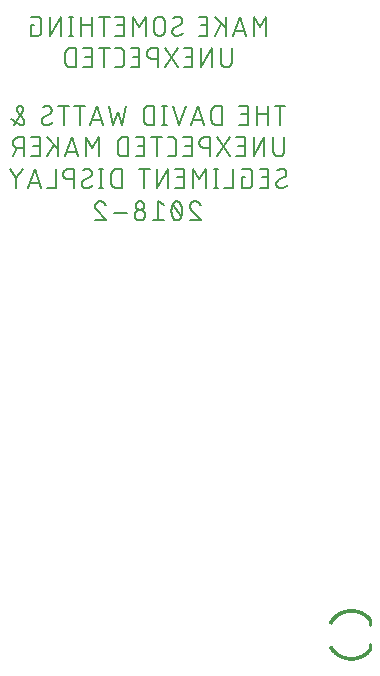
<source format=gbo>
G75*
%MOIN*%
%OFA0B0*%
%FSLAX25Y25*%
%IPPOS*%
%LPD*%
%AMOC8*
5,1,8,0,0,1.08239X$1,22.5*
%
%ADD10C,0.00600*%
%ADD11C,0.00100*%
%ADD12C,0.01000*%
D10*
X0083621Y0231933D02*
X0087176Y0231933D01*
X0084154Y0235489D01*
X0085221Y0238334D02*
X0085310Y0238332D01*
X0085399Y0238326D01*
X0085488Y0238317D01*
X0085576Y0238303D01*
X0085663Y0238286D01*
X0085750Y0238265D01*
X0085836Y0238240D01*
X0085920Y0238212D01*
X0086003Y0238179D01*
X0086085Y0238144D01*
X0086165Y0238104D01*
X0086243Y0238062D01*
X0086320Y0238016D01*
X0086394Y0237967D01*
X0086466Y0237914D01*
X0086536Y0237859D01*
X0086603Y0237800D01*
X0086668Y0237739D01*
X0086730Y0237675D01*
X0086789Y0237608D01*
X0086845Y0237539D01*
X0086898Y0237467D01*
X0086948Y0237393D01*
X0086995Y0237317D01*
X0087038Y0237240D01*
X0087078Y0237160D01*
X0087115Y0237078D01*
X0087148Y0236996D01*
X0087177Y0236911D01*
X0084153Y0235488D02*
X0084096Y0235546D01*
X0084040Y0235607D01*
X0083988Y0235670D01*
X0083939Y0235735D01*
X0083893Y0235803D01*
X0083851Y0235873D01*
X0083811Y0235945D01*
X0083776Y0236018D01*
X0083743Y0236094D01*
X0083715Y0236170D01*
X0083690Y0236248D01*
X0083669Y0236327D01*
X0083651Y0236407D01*
X0083638Y0236488D01*
X0083628Y0236569D01*
X0083622Y0236651D01*
X0083620Y0236733D01*
X0083621Y0236733D02*
X0083623Y0236812D01*
X0083629Y0236890D01*
X0083638Y0236968D01*
X0083652Y0237045D01*
X0083669Y0237122D01*
X0083690Y0237197D01*
X0083715Y0237272D01*
X0083743Y0237345D01*
X0083775Y0237417D01*
X0083810Y0237487D01*
X0083849Y0237556D01*
X0083891Y0237622D01*
X0083936Y0237686D01*
X0083984Y0237748D01*
X0084035Y0237807D01*
X0084090Y0237864D01*
X0084147Y0237919D01*
X0084206Y0237970D01*
X0084268Y0238018D01*
X0084332Y0238063D01*
X0084398Y0238105D01*
X0084467Y0238144D01*
X0084537Y0238179D01*
X0084609Y0238211D01*
X0084682Y0238239D01*
X0084757Y0238264D01*
X0084832Y0238285D01*
X0084909Y0238302D01*
X0084986Y0238316D01*
X0085064Y0238325D01*
X0085142Y0238331D01*
X0085221Y0238333D01*
X0084962Y0242733D02*
X0086385Y0242733D01*
X0085674Y0242733D02*
X0085674Y0249133D01*
X0086385Y0249133D02*
X0084962Y0249133D01*
X0084775Y0253233D02*
X0084775Y0259633D01*
X0082642Y0256078D01*
X0080509Y0259633D01*
X0080509Y0253233D01*
X0078006Y0253233D02*
X0075873Y0259633D01*
X0073739Y0253233D01*
X0074273Y0254833D02*
X0077473Y0254833D01*
X0076496Y0249133D02*
X0074718Y0249133D01*
X0074635Y0249131D01*
X0074552Y0249125D01*
X0074469Y0249115D01*
X0074386Y0249102D01*
X0074305Y0249084D01*
X0074224Y0249063D01*
X0074145Y0249038D01*
X0074067Y0249009D01*
X0073990Y0248977D01*
X0073915Y0248941D01*
X0073841Y0248902D01*
X0073770Y0248859D01*
X0073700Y0248813D01*
X0073633Y0248763D01*
X0073568Y0248711D01*
X0073506Y0248656D01*
X0073446Y0248597D01*
X0073389Y0248536D01*
X0073335Y0248473D01*
X0073284Y0248407D01*
X0073237Y0248338D01*
X0073192Y0248268D01*
X0073151Y0248195D01*
X0073114Y0248121D01*
X0073079Y0248045D01*
X0073049Y0247967D01*
X0073022Y0247889D01*
X0072999Y0247808D01*
X0072979Y0247727D01*
X0072964Y0247645D01*
X0072952Y0247563D01*
X0072944Y0247480D01*
X0072940Y0247397D01*
X0072940Y0247313D01*
X0072944Y0247230D01*
X0072952Y0247147D01*
X0072964Y0247065D01*
X0072979Y0246983D01*
X0072999Y0246902D01*
X0073022Y0246821D01*
X0073049Y0246743D01*
X0073079Y0246665D01*
X0073114Y0246589D01*
X0073151Y0246515D01*
X0073192Y0246442D01*
X0073237Y0246372D01*
X0073284Y0246303D01*
X0073335Y0246237D01*
X0073389Y0246174D01*
X0073446Y0246113D01*
X0073506Y0246054D01*
X0073568Y0245999D01*
X0073633Y0245947D01*
X0073700Y0245897D01*
X0073770Y0245851D01*
X0073841Y0245808D01*
X0073915Y0245769D01*
X0073990Y0245733D01*
X0074067Y0245701D01*
X0074145Y0245672D01*
X0074224Y0245647D01*
X0074305Y0245626D01*
X0074386Y0245608D01*
X0074469Y0245595D01*
X0074552Y0245585D01*
X0074635Y0245579D01*
X0074718Y0245577D01*
X0074718Y0245578D02*
X0076496Y0245578D01*
X0076496Y0242733D02*
X0076496Y0249133D01*
X0081844Y0246467D02*
X0081908Y0246507D01*
X0081969Y0246550D01*
X0082028Y0246596D01*
X0082085Y0246645D01*
X0082139Y0246697D01*
X0082190Y0246751D01*
X0082238Y0246809D01*
X0082284Y0246868D01*
X0082326Y0246930D01*
X0082365Y0246995D01*
X0082400Y0247061D01*
X0082432Y0247128D01*
X0082461Y0247198D01*
X0082486Y0247268D01*
X0082507Y0247340D01*
X0082524Y0247413D01*
X0082538Y0247487D01*
X0082547Y0247561D01*
X0082553Y0247636D01*
X0082555Y0247711D01*
X0082553Y0247785D01*
X0082547Y0247860D01*
X0082537Y0247933D01*
X0082524Y0248007D01*
X0082507Y0248079D01*
X0082485Y0248150D01*
X0082461Y0248221D01*
X0082432Y0248289D01*
X0082400Y0248357D01*
X0082364Y0248422D01*
X0082326Y0248485D01*
X0082283Y0248547D01*
X0082238Y0248606D01*
X0082190Y0248663D01*
X0082139Y0248717D01*
X0082085Y0248768D01*
X0082028Y0248816D01*
X0081969Y0248861D01*
X0081907Y0248904D01*
X0081844Y0248942D01*
X0081779Y0248978D01*
X0081711Y0249010D01*
X0081643Y0249039D01*
X0081572Y0249063D01*
X0081501Y0249085D01*
X0081429Y0249102D01*
X0081355Y0249115D01*
X0081282Y0249125D01*
X0081207Y0249131D01*
X0081133Y0249133D01*
X0081032Y0249131D01*
X0080931Y0249125D01*
X0080831Y0249116D01*
X0080731Y0249102D01*
X0080631Y0249085D01*
X0080532Y0249065D01*
X0080435Y0249040D01*
X0080338Y0249012D01*
X0080242Y0248980D01*
X0080147Y0248944D01*
X0080054Y0248905D01*
X0079963Y0248863D01*
X0079873Y0248817D01*
X0079785Y0248767D01*
X0079699Y0248715D01*
X0079615Y0248659D01*
X0079533Y0248600D01*
X0082733Y0243623D02*
X0082656Y0243548D01*
X0082576Y0243475D01*
X0082493Y0243406D01*
X0082408Y0243339D01*
X0082321Y0243276D01*
X0082232Y0243216D01*
X0082140Y0243159D01*
X0082047Y0243105D01*
X0081951Y0243055D01*
X0081854Y0243008D01*
X0081755Y0242965D01*
X0081655Y0242925D01*
X0081554Y0242889D01*
X0081451Y0242857D01*
X0081347Y0242828D01*
X0081242Y0242803D01*
X0081136Y0242782D01*
X0081030Y0242765D01*
X0080923Y0242751D01*
X0080815Y0242742D01*
X0080708Y0242736D01*
X0080600Y0242734D01*
X0080600Y0242733D02*
X0080526Y0242735D01*
X0080451Y0242741D01*
X0080378Y0242751D01*
X0080304Y0242764D01*
X0080232Y0242781D01*
X0080161Y0242803D01*
X0080090Y0242827D01*
X0080022Y0242856D01*
X0079954Y0242888D01*
X0079889Y0242924D01*
X0079826Y0242962D01*
X0079764Y0243005D01*
X0079705Y0243050D01*
X0079648Y0243098D01*
X0079594Y0243149D01*
X0079543Y0243203D01*
X0079495Y0243260D01*
X0079450Y0243319D01*
X0079407Y0243381D01*
X0079369Y0243444D01*
X0079333Y0243509D01*
X0079301Y0243577D01*
X0079272Y0243645D01*
X0079248Y0243716D01*
X0079226Y0243787D01*
X0079209Y0243859D01*
X0079196Y0243933D01*
X0079186Y0244006D01*
X0079180Y0244081D01*
X0079178Y0244155D01*
X0079889Y0245400D02*
X0081844Y0246466D01*
X0079889Y0245399D02*
X0079825Y0245359D01*
X0079764Y0245316D01*
X0079705Y0245270D01*
X0079648Y0245221D01*
X0079594Y0245169D01*
X0079543Y0245115D01*
X0079495Y0245057D01*
X0079449Y0244998D01*
X0079407Y0244936D01*
X0079368Y0244871D01*
X0079333Y0244805D01*
X0079301Y0244738D01*
X0079272Y0244668D01*
X0079247Y0244598D01*
X0079226Y0244526D01*
X0079209Y0244453D01*
X0079195Y0244379D01*
X0079186Y0244305D01*
X0079180Y0244230D01*
X0079178Y0244155D01*
X0071208Y0253233D02*
X0071208Y0259633D01*
X0069786Y0257144D02*
X0067652Y0253233D01*
X0065125Y0253233D02*
X0065125Y0259633D01*
X0062281Y0259633D01*
X0059768Y0259633D02*
X0057990Y0259633D01*
X0059768Y0259633D02*
X0059768Y0253233D01*
X0062281Y0253233D02*
X0065125Y0253233D01*
X0065125Y0256789D02*
X0062992Y0256789D01*
X0059768Y0256078D02*
X0057990Y0256078D01*
X0057634Y0256078D02*
X0056212Y0253233D01*
X0055232Y0249133D02*
X0057365Y0246111D01*
X0057365Y0242733D01*
X0057365Y0246111D02*
X0059498Y0249133D01*
X0063519Y0249133D02*
X0061386Y0242733D01*
X0061919Y0244333D02*
X0065119Y0244333D01*
X0065652Y0242733D02*
X0063519Y0249133D01*
X0067569Y0242733D02*
X0070413Y0242733D01*
X0070413Y0249133D01*
X0071208Y0255722D02*
X0067652Y0259633D01*
X0065766Y0265155D02*
X0065768Y0265230D01*
X0065774Y0265305D01*
X0065783Y0265379D01*
X0065797Y0265453D01*
X0065814Y0265526D01*
X0065835Y0265598D01*
X0065860Y0265668D01*
X0065889Y0265738D01*
X0065921Y0265805D01*
X0065956Y0265871D01*
X0065995Y0265936D01*
X0066037Y0265998D01*
X0066083Y0266057D01*
X0066131Y0266115D01*
X0066182Y0266169D01*
X0066236Y0266221D01*
X0066293Y0266270D01*
X0066352Y0266316D01*
X0066413Y0266359D01*
X0066477Y0266399D01*
X0066477Y0266400D02*
X0068432Y0267466D01*
X0067721Y0270133D02*
X0067620Y0270131D01*
X0067519Y0270125D01*
X0067419Y0270116D01*
X0067319Y0270102D01*
X0067219Y0270085D01*
X0067120Y0270065D01*
X0067023Y0270040D01*
X0066926Y0270012D01*
X0066830Y0269980D01*
X0066735Y0269944D01*
X0066642Y0269905D01*
X0066551Y0269863D01*
X0066461Y0269817D01*
X0066373Y0269767D01*
X0066287Y0269715D01*
X0066203Y0269659D01*
X0066121Y0269600D01*
X0068432Y0267467D02*
X0068496Y0267507D01*
X0068557Y0267550D01*
X0068616Y0267596D01*
X0068673Y0267645D01*
X0068727Y0267697D01*
X0068778Y0267751D01*
X0068826Y0267809D01*
X0068872Y0267868D01*
X0068914Y0267930D01*
X0068953Y0267995D01*
X0068988Y0268061D01*
X0069020Y0268128D01*
X0069049Y0268198D01*
X0069074Y0268268D01*
X0069095Y0268340D01*
X0069112Y0268413D01*
X0069126Y0268487D01*
X0069135Y0268561D01*
X0069141Y0268636D01*
X0069143Y0268711D01*
X0069141Y0268785D01*
X0069135Y0268860D01*
X0069125Y0268933D01*
X0069112Y0269007D01*
X0069095Y0269079D01*
X0069073Y0269150D01*
X0069049Y0269221D01*
X0069020Y0269289D01*
X0068988Y0269357D01*
X0068952Y0269422D01*
X0068914Y0269485D01*
X0068871Y0269547D01*
X0068826Y0269606D01*
X0068778Y0269663D01*
X0068727Y0269717D01*
X0068673Y0269768D01*
X0068616Y0269816D01*
X0068557Y0269861D01*
X0068495Y0269904D01*
X0068432Y0269942D01*
X0068367Y0269978D01*
X0068299Y0270010D01*
X0068231Y0270039D01*
X0068160Y0270063D01*
X0068089Y0270085D01*
X0068017Y0270102D01*
X0067943Y0270115D01*
X0067870Y0270125D01*
X0067795Y0270131D01*
X0067721Y0270133D01*
X0069321Y0264623D02*
X0069244Y0264548D01*
X0069164Y0264475D01*
X0069081Y0264406D01*
X0068996Y0264339D01*
X0068909Y0264276D01*
X0068820Y0264216D01*
X0068728Y0264159D01*
X0068635Y0264105D01*
X0068539Y0264055D01*
X0068442Y0264008D01*
X0068343Y0263965D01*
X0068243Y0263925D01*
X0068142Y0263889D01*
X0068039Y0263857D01*
X0067935Y0263828D01*
X0067830Y0263803D01*
X0067724Y0263782D01*
X0067618Y0263765D01*
X0067511Y0263751D01*
X0067403Y0263742D01*
X0067296Y0263736D01*
X0067188Y0263734D01*
X0067188Y0263733D02*
X0067114Y0263735D01*
X0067039Y0263741D01*
X0066966Y0263751D01*
X0066892Y0263764D01*
X0066820Y0263781D01*
X0066749Y0263803D01*
X0066678Y0263827D01*
X0066610Y0263856D01*
X0066542Y0263888D01*
X0066477Y0263924D01*
X0066414Y0263962D01*
X0066352Y0264005D01*
X0066293Y0264050D01*
X0066236Y0264098D01*
X0066182Y0264149D01*
X0066131Y0264203D01*
X0066083Y0264260D01*
X0066038Y0264319D01*
X0065995Y0264381D01*
X0065957Y0264444D01*
X0065921Y0264509D01*
X0065889Y0264577D01*
X0065860Y0264645D01*
X0065836Y0264716D01*
X0065814Y0264787D01*
X0065797Y0264859D01*
X0065784Y0264933D01*
X0065774Y0265006D01*
X0065768Y0265081D01*
X0065766Y0265155D01*
X0059809Y0265333D02*
X0057676Y0268533D01*
X0057644Y0268588D01*
X0057616Y0268645D01*
X0057590Y0268703D01*
X0057569Y0268763D01*
X0057551Y0268824D01*
X0057537Y0268886D01*
X0057527Y0268949D01*
X0057521Y0269012D01*
X0057518Y0269076D01*
X0057519Y0269140D01*
X0057525Y0269203D01*
X0057534Y0269266D01*
X0057546Y0269328D01*
X0057563Y0269390D01*
X0057583Y0269450D01*
X0057607Y0269509D01*
X0057635Y0269566D01*
X0057666Y0269622D01*
X0057700Y0269676D01*
X0057737Y0269727D01*
X0057778Y0269776D01*
X0057821Y0269823D01*
X0057867Y0269867D01*
X0057916Y0269908D01*
X0057967Y0269945D01*
X0058020Y0269980D01*
X0058076Y0270012D01*
X0058133Y0270040D01*
X0058192Y0270064D01*
X0058252Y0270085D01*
X0058313Y0270102D01*
X0058375Y0270116D01*
X0058438Y0270125D01*
X0058501Y0270131D01*
X0058565Y0270133D01*
X0058629Y0270131D01*
X0058692Y0270125D01*
X0058755Y0270116D01*
X0058817Y0270102D01*
X0058878Y0270085D01*
X0058938Y0270064D01*
X0058997Y0270040D01*
X0059054Y0270012D01*
X0059110Y0269980D01*
X0059163Y0269945D01*
X0059214Y0269908D01*
X0059263Y0269867D01*
X0059309Y0269823D01*
X0059352Y0269776D01*
X0059393Y0269727D01*
X0059430Y0269676D01*
X0059464Y0269622D01*
X0059495Y0269566D01*
X0059523Y0269509D01*
X0059547Y0269450D01*
X0059567Y0269390D01*
X0059584Y0269328D01*
X0059596Y0269266D01*
X0059605Y0269203D01*
X0059611Y0269140D01*
X0059612Y0269076D01*
X0059609Y0269012D01*
X0059603Y0268949D01*
X0059593Y0268886D01*
X0059579Y0268824D01*
X0059561Y0268763D01*
X0059540Y0268703D01*
X0059514Y0268645D01*
X0059486Y0268588D01*
X0059454Y0268533D01*
X0056431Y0263733D01*
X0058387Y0263911D02*
X0055720Y0265866D01*
X0058920Y0263733D02*
X0058984Y0263735D01*
X0059049Y0263741D01*
X0059112Y0263750D01*
X0059175Y0263764D01*
X0059237Y0263781D01*
X0059298Y0263802D01*
X0059358Y0263827D01*
X0059416Y0263855D01*
X0059472Y0263887D01*
X0059526Y0263922D01*
X0059578Y0263960D01*
X0059628Y0264001D01*
X0059674Y0264046D01*
X0059719Y0264092D01*
X0059760Y0264142D01*
X0059798Y0264194D01*
X0059833Y0264248D01*
X0059865Y0264304D01*
X0059893Y0264362D01*
X0059918Y0264422D01*
X0059939Y0264483D01*
X0059956Y0264545D01*
X0059970Y0264608D01*
X0059979Y0264671D01*
X0059985Y0264736D01*
X0059987Y0264800D01*
X0059985Y0264857D01*
X0059980Y0264914D01*
X0059970Y0264971D01*
X0059958Y0265026D01*
X0059941Y0265081D01*
X0059922Y0265135D01*
X0059898Y0265187D01*
X0059872Y0265238D01*
X0059842Y0265287D01*
X0059809Y0265333D01*
X0058920Y0263733D02*
X0058863Y0263735D01*
X0058806Y0263740D01*
X0058749Y0263750D01*
X0058694Y0263762D01*
X0058639Y0263779D01*
X0058585Y0263798D01*
X0058533Y0263822D01*
X0058482Y0263848D01*
X0058433Y0263878D01*
X0058387Y0263911D01*
X0057990Y0259633D02*
X0057907Y0259631D01*
X0057824Y0259625D01*
X0057741Y0259615D01*
X0057658Y0259602D01*
X0057577Y0259584D01*
X0057496Y0259563D01*
X0057417Y0259538D01*
X0057339Y0259509D01*
X0057262Y0259477D01*
X0057187Y0259441D01*
X0057113Y0259402D01*
X0057042Y0259359D01*
X0056972Y0259313D01*
X0056905Y0259263D01*
X0056840Y0259211D01*
X0056778Y0259156D01*
X0056718Y0259097D01*
X0056661Y0259036D01*
X0056607Y0258973D01*
X0056556Y0258907D01*
X0056509Y0258838D01*
X0056464Y0258768D01*
X0056423Y0258695D01*
X0056386Y0258621D01*
X0056351Y0258545D01*
X0056321Y0258467D01*
X0056294Y0258389D01*
X0056271Y0258308D01*
X0056251Y0258227D01*
X0056236Y0258145D01*
X0056224Y0258063D01*
X0056216Y0257980D01*
X0056212Y0257897D01*
X0056212Y0257813D01*
X0056216Y0257730D01*
X0056224Y0257647D01*
X0056236Y0257565D01*
X0056251Y0257483D01*
X0056271Y0257402D01*
X0056294Y0257321D01*
X0056321Y0257243D01*
X0056351Y0257165D01*
X0056386Y0257089D01*
X0056423Y0257015D01*
X0056464Y0256942D01*
X0056509Y0256872D01*
X0056556Y0256803D01*
X0056607Y0256737D01*
X0056661Y0256674D01*
X0056718Y0256613D01*
X0056778Y0256554D01*
X0056840Y0256499D01*
X0056905Y0256447D01*
X0056972Y0256397D01*
X0057042Y0256351D01*
X0057113Y0256308D01*
X0057187Y0256269D01*
X0057262Y0256233D01*
X0057339Y0256201D01*
X0057417Y0256172D01*
X0057496Y0256147D01*
X0057577Y0256126D01*
X0057658Y0256108D01*
X0057741Y0256095D01*
X0057824Y0256085D01*
X0057907Y0256079D01*
X0057990Y0256077D01*
X0071304Y0270133D02*
X0074860Y0270133D01*
X0076638Y0270133D02*
X0080193Y0270133D01*
X0078416Y0270133D02*
X0078416Y0263733D01*
X0082026Y0263733D02*
X0084159Y0270133D01*
X0086293Y0263733D01*
X0085759Y0265333D02*
X0082559Y0265333D01*
X0089712Y0263733D02*
X0088290Y0270133D01*
X0091134Y0268000D02*
X0089712Y0263733D01*
X0092556Y0263733D02*
X0091134Y0268000D01*
X0093978Y0270133D02*
X0092556Y0263733D01*
X0092899Y0259633D02*
X0094676Y0259633D01*
X0094676Y0253233D01*
X0092899Y0253233D01*
X0092817Y0253235D01*
X0092735Y0253241D01*
X0092653Y0253250D01*
X0092572Y0253263D01*
X0092492Y0253280D01*
X0092412Y0253301D01*
X0092334Y0253325D01*
X0092257Y0253353D01*
X0092181Y0253384D01*
X0092106Y0253419D01*
X0092034Y0253458D01*
X0091963Y0253499D01*
X0091894Y0253544D01*
X0091828Y0253592D01*
X0091763Y0253643D01*
X0091701Y0253697D01*
X0091642Y0253754D01*
X0091585Y0253813D01*
X0091531Y0253875D01*
X0091480Y0253940D01*
X0091432Y0254006D01*
X0091387Y0254075D01*
X0091346Y0254146D01*
X0091307Y0254218D01*
X0091272Y0254293D01*
X0091241Y0254369D01*
X0091213Y0254446D01*
X0091189Y0254524D01*
X0091168Y0254604D01*
X0091151Y0254684D01*
X0091138Y0254765D01*
X0091129Y0254847D01*
X0091123Y0254929D01*
X0091121Y0255011D01*
X0091121Y0257855D01*
X0091123Y0257937D01*
X0091129Y0258019D01*
X0091138Y0258101D01*
X0091151Y0258182D01*
X0091168Y0258262D01*
X0091189Y0258342D01*
X0091213Y0258420D01*
X0091241Y0258497D01*
X0091272Y0258573D01*
X0091307Y0258648D01*
X0091346Y0258720D01*
X0091387Y0258791D01*
X0091432Y0258860D01*
X0091480Y0258926D01*
X0091531Y0258991D01*
X0091585Y0259053D01*
X0091642Y0259112D01*
X0091701Y0259169D01*
X0091763Y0259223D01*
X0091828Y0259274D01*
X0091894Y0259322D01*
X0091963Y0259367D01*
X0092034Y0259408D01*
X0092106Y0259447D01*
X0092181Y0259482D01*
X0092257Y0259513D01*
X0092334Y0259541D01*
X0092412Y0259565D01*
X0092492Y0259586D01*
X0092572Y0259603D01*
X0092653Y0259616D01*
X0092735Y0259625D01*
X0092817Y0259631D01*
X0092899Y0259633D01*
X0097154Y0259633D02*
X0099998Y0259633D01*
X0099998Y0253233D01*
X0097154Y0253233D01*
X0097865Y0256789D02*
X0099998Y0256789D01*
X0102403Y0259633D02*
X0105959Y0259633D01*
X0104181Y0259633D02*
X0104181Y0253233D01*
X0104204Y0249133D02*
X0104204Y0242733D01*
X0107760Y0249133D01*
X0107760Y0242733D01*
X0110237Y0242733D02*
X0113081Y0242733D01*
X0113081Y0249133D01*
X0110237Y0249133D01*
X0110948Y0246289D02*
X0113081Y0246289D01*
X0116157Y0249133D02*
X0116157Y0242733D01*
X0118290Y0245578D02*
X0116157Y0249133D01*
X0115794Y0253233D02*
X0112949Y0253233D01*
X0110692Y0254655D02*
X0110692Y0258211D01*
X0110690Y0258285D01*
X0110684Y0258360D01*
X0110674Y0258433D01*
X0110661Y0258507D01*
X0110644Y0258579D01*
X0110622Y0258650D01*
X0110598Y0258721D01*
X0110569Y0258789D01*
X0110537Y0258857D01*
X0110501Y0258922D01*
X0110463Y0258985D01*
X0110420Y0259047D01*
X0110375Y0259106D01*
X0110327Y0259163D01*
X0110276Y0259217D01*
X0110222Y0259268D01*
X0110165Y0259316D01*
X0110106Y0259361D01*
X0110044Y0259404D01*
X0109981Y0259442D01*
X0109916Y0259478D01*
X0109848Y0259510D01*
X0109780Y0259539D01*
X0109709Y0259563D01*
X0109638Y0259585D01*
X0109566Y0259602D01*
X0109492Y0259615D01*
X0109419Y0259625D01*
X0109344Y0259631D01*
X0109270Y0259633D01*
X0107848Y0259633D01*
X0107435Y0263733D02*
X0106013Y0263733D01*
X0106724Y0263733D02*
X0106724Y0270133D01*
X0107435Y0270133D02*
X0106013Y0270133D01*
X0103374Y0270133D02*
X0103374Y0263733D01*
X0101596Y0263733D01*
X0101514Y0263735D01*
X0101432Y0263741D01*
X0101350Y0263750D01*
X0101269Y0263763D01*
X0101189Y0263780D01*
X0101109Y0263801D01*
X0101031Y0263825D01*
X0100954Y0263853D01*
X0100878Y0263884D01*
X0100803Y0263919D01*
X0100731Y0263958D01*
X0100660Y0263999D01*
X0100591Y0264044D01*
X0100525Y0264092D01*
X0100460Y0264143D01*
X0100398Y0264197D01*
X0100339Y0264254D01*
X0100282Y0264313D01*
X0100228Y0264375D01*
X0100177Y0264440D01*
X0100129Y0264506D01*
X0100084Y0264575D01*
X0100043Y0264646D01*
X0100004Y0264718D01*
X0099969Y0264793D01*
X0099938Y0264869D01*
X0099910Y0264946D01*
X0099886Y0265024D01*
X0099865Y0265104D01*
X0099848Y0265184D01*
X0099835Y0265265D01*
X0099826Y0265347D01*
X0099820Y0265429D01*
X0099818Y0265511D01*
X0099818Y0268355D01*
X0099820Y0268437D01*
X0099826Y0268519D01*
X0099835Y0268601D01*
X0099848Y0268682D01*
X0099865Y0268762D01*
X0099886Y0268842D01*
X0099910Y0268920D01*
X0099938Y0268997D01*
X0099969Y0269073D01*
X0100004Y0269148D01*
X0100043Y0269220D01*
X0100084Y0269291D01*
X0100129Y0269360D01*
X0100177Y0269426D01*
X0100228Y0269491D01*
X0100282Y0269553D01*
X0100339Y0269612D01*
X0100398Y0269669D01*
X0100460Y0269723D01*
X0100525Y0269774D01*
X0100591Y0269822D01*
X0100660Y0269867D01*
X0100731Y0269908D01*
X0100803Y0269947D01*
X0100878Y0269982D01*
X0100954Y0270013D01*
X0101031Y0270041D01*
X0101109Y0270065D01*
X0101189Y0270086D01*
X0101269Y0270103D01*
X0101350Y0270116D01*
X0101432Y0270125D01*
X0101514Y0270131D01*
X0101596Y0270133D01*
X0103374Y0270133D01*
X0109514Y0270133D02*
X0111647Y0263733D01*
X0113781Y0270133D01*
X0117801Y0270133D02*
X0115668Y0263733D01*
X0116201Y0265333D02*
X0119401Y0265333D01*
X0119935Y0263733D02*
X0117801Y0270133D01*
X0122383Y0268355D02*
X0122383Y0265511D01*
X0122385Y0265429D01*
X0122391Y0265347D01*
X0122400Y0265265D01*
X0122413Y0265184D01*
X0122430Y0265104D01*
X0122451Y0265024D01*
X0122475Y0264946D01*
X0122503Y0264869D01*
X0122534Y0264793D01*
X0122569Y0264718D01*
X0122608Y0264646D01*
X0122649Y0264575D01*
X0122694Y0264506D01*
X0122742Y0264440D01*
X0122793Y0264375D01*
X0122847Y0264313D01*
X0122904Y0264254D01*
X0122963Y0264197D01*
X0123025Y0264143D01*
X0123090Y0264092D01*
X0123156Y0264044D01*
X0123225Y0263999D01*
X0123296Y0263958D01*
X0123368Y0263919D01*
X0123443Y0263884D01*
X0123519Y0263853D01*
X0123596Y0263825D01*
X0123674Y0263801D01*
X0123754Y0263780D01*
X0123834Y0263763D01*
X0123915Y0263750D01*
X0123997Y0263741D01*
X0124079Y0263735D01*
X0124161Y0263733D01*
X0125938Y0263733D01*
X0125938Y0270133D01*
X0124161Y0270133D01*
X0124079Y0270131D01*
X0123997Y0270125D01*
X0123915Y0270116D01*
X0123834Y0270103D01*
X0123754Y0270086D01*
X0123674Y0270065D01*
X0123596Y0270041D01*
X0123519Y0270013D01*
X0123443Y0269982D01*
X0123368Y0269947D01*
X0123296Y0269908D01*
X0123225Y0269867D01*
X0123156Y0269822D01*
X0123090Y0269774D01*
X0123025Y0269723D01*
X0122963Y0269669D01*
X0122904Y0269612D01*
X0122847Y0269553D01*
X0122793Y0269491D01*
X0122742Y0269426D01*
X0122694Y0269360D01*
X0122649Y0269291D01*
X0122608Y0269220D01*
X0122569Y0269148D01*
X0122534Y0269073D01*
X0122503Y0268997D01*
X0122475Y0268920D01*
X0122451Y0268842D01*
X0122430Y0268762D01*
X0122413Y0268682D01*
X0122400Y0268601D01*
X0122391Y0268519D01*
X0122385Y0268437D01*
X0122383Y0268355D01*
X0121876Y0259633D02*
X0120098Y0259633D01*
X0120015Y0259631D01*
X0119932Y0259625D01*
X0119849Y0259615D01*
X0119766Y0259602D01*
X0119685Y0259584D01*
X0119604Y0259563D01*
X0119525Y0259538D01*
X0119447Y0259509D01*
X0119370Y0259477D01*
X0119295Y0259441D01*
X0119221Y0259402D01*
X0119150Y0259359D01*
X0119080Y0259313D01*
X0119013Y0259263D01*
X0118948Y0259211D01*
X0118886Y0259156D01*
X0118826Y0259097D01*
X0118769Y0259036D01*
X0118715Y0258973D01*
X0118664Y0258907D01*
X0118617Y0258838D01*
X0118572Y0258768D01*
X0118531Y0258695D01*
X0118494Y0258621D01*
X0118459Y0258545D01*
X0118429Y0258467D01*
X0118402Y0258389D01*
X0118379Y0258308D01*
X0118359Y0258227D01*
X0118344Y0258145D01*
X0118332Y0258063D01*
X0118324Y0257980D01*
X0118320Y0257897D01*
X0118320Y0257813D01*
X0118324Y0257730D01*
X0118332Y0257647D01*
X0118344Y0257565D01*
X0118359Y0257483D01*
X0118379Y0257402D01*
X0118402Y0257321D01*
X0118429Y0257243D01*
X0118459Y0257165D01*
X0118494Y0257089D01*
X0118531Y0257015D01*
X0118572Y0256942D01*
X0118617Y0256872D01*
X0118664Y0256803D01*
X0118715Y0256737D01*
X0118769Y0256674D01*
X0118826Y0256613D01*
X0118886Y0256554D01*
X0118948Y0256499D01*
X0119013Y0256447D01*
X0119080Y0256397D01*
X0119150Y0256351D01*
X0119221Y0256308D01*
X0119295Y0256269D01*
X0119370Y0256233D01*
X0119447Y0256201D01*
X0119525Y0256172D01*
X0119604Y0256147D01*
X0119685Y0256126D01*
X0119766Y0256108D01*
X0119849Y0256095D01*
X0119932Y0256085D01*
X0120015Y0256079D01*
X0120098Y0256077D01*
X0120098Y0256078D02*
X0121876Y0256078D01*
X0121876Y0253233D02*
X0121876Y0259633D01*
X0124407Y0259633D02*
X0128674Y0253233D01*
X0130591Y0253233D02*
X0133435Y0253233D01*
X0133435Y0259633D01*
X0130591Y0259633D01*
X0128674Y0259633D02*
X0124407Y0253233D01*
X0124540Y0249133D02*
X0123117Y0249133D01*
X0123829Y0249133D02*
X0123829Y0242733D01*
X0124540Y0242733D02*
X0123117Y0242733D01*
X0126648Y0242733D02*
X0129492Y0242733D01*
X0129492Y0249133D01*
X0132513Y0249133D02*
X0134646Y0249133D01*
X0134720Y0249131D01*
X0134795Y0249125D01*
X0134868Y0249115D01*
X0134942Y0249102D01*
X0135014Y0249085D01*
X0135085Y0249063D01*
X0135156Y0249039D01*
X0135224Y0249010D01*
X0135292Y0248978D01*
X0135357Y0248942D01*
X0135420Y0248904D01*
X0135482Y0248861D01*
X0135541Y0248816D01*
X0135598Y0248768D01*
X0135652Y0248717D01*
X0135703Y0248663D01*
X0135751Y0248606D01*
X0135796Y0248547D01*
X0135839Y0248485D01*
X0135877Y0248422D01*
X0135913Y0248357D01*
X0135945Y0248289D01*
X0135974Y0248221D01*
X0135998Y0248150D01*
X0136020Y0248079D01*
X0136037Y0248007D01*
X0136050Y0247933D01*
X0136060Y0247860D01*
X0136066Y0247785D01*
X0136068Y0247711D01*
X0136068Y0244155D01*
X0136066Y0244081D01*
X0136060Y0244006D01*
X0136050Y0243933D01*
X0136037Y0243859D01*
X0136020Y0243787D01*
X0135998Y0243716D01*
X0135974Y0243645D01*
X0135945Y0243577D01*
X0135913Y0243509D01*
X0135877Y0243444D01*
X0135839Y0243381D01*
X0135796Y0243319D01*
X0135751Y0243260D01*
X0135703Y0243203D01*
X0135652Y0243149D01*
X0135598Y0243098D01*
X0135541Y0243050D01*
X0135482Y0243005D01*
X0135420Y0242962D01*
X0135357Y0242924D01*
X0135292Y0242888D01*
X0135224Y0242856D01*
X0135156Y0242827D01*
X0135085Y0242803D01*
X0135014Y0242781D01*
X0134942Y0242764D01*
X0134868Y0242751D01*
X0134795Y0242741D01*
X0134720Y0242735D01*
X0134646Y0242733D01*
X0132513Y0242733D01*
X0132513Y0246289D01*
X0133579Y0246289D01*
X0138545Y0249133D02*
X0141390Y0249133D01*
X0141390Y0242733D01*
X0138545Y0242733D01*
X0139257Y0246289D02*
X0141390Y0246289D01*
X0144711Y0245400D02*
X0146667Y0246466D01*
X0145956Y0249133D02*
X0145855Y0249131D01*
X0145754Y0249125D01*
X0145654Y0249116D01*
X0145554Y0249102D01*
X0145454Y0249085D01*
X0145355Y0249065D01*
X0145258Y0249040D01*
X0145161Y0249012D01*
X0145065Y0248980D01*
X0144970Y0248944D01*
X0144877Y0248905D01*
X0144786Y0248863D01*
X0144696Y0248817D01*
X0144608Y0248767D01*
X0144522Y0248715D01*
X0144438Y0248659D01*
X0144356Y0248600D01*
X0146666Y0246467D02*
X0146730Y0246507D01*
X0146791Y0246550D01*
X0146850Y0246596D01*
X0146907Y0246645D01*
X0146961Y0246697D01*
X0147012Y0246751D01*
X0147060Y0246809D01*
X0147106Y0246868D01*
X0147148Y0246930D01*
X0147187Y0246995D01*
X0147222Y0247061D01*
X0147254Y0247128D01*
X0147283Y0247198D01*
X0147308Y0247268D01*
X0147329Y0247340D01*
X0147346Y0247413D01*
X0147360Y0247487D01*
X0147369Y0247561D01*
X0147375Y0247636D01*
X0147377Y0247711D01*
X0147378Y0247711D02*
X0147376Y0247785D01*
X0147370Y0247860D01*
X0147360Y0247933D01*
X0147347Y0248007D01*
X0147330Y0248079D01*
X0147308Y0248150D01*
X0147284Y0248221D01*
X0147255Y0248289D01*
X0147223Y0248357D01*
X0147187Y0248422D01*
X0147149Y0248485D01*
X0147106Y0248547D01*
X0147061Y0248606D01*
X0147013Y0248663D01*
X0146962Y0248717D01*
X0146908Y0248768D01*
X0146851Y0248816D01*
X0146792Y0248861D01*
X0146730Y0248904D01*
X0146667Y0248942D01*
X0146602Y0248978D01*
X0146534Y0249010D01*
X0146466Y0249039D01*
X0146395Y0249063D01*
X0146324Y0249085D01*
X0146252Y0249102D01*
X0146178Y0249115D01*
X0146105Y0249125D01*
X0146030Y0249131D01*
X0145956Y0249133D01*
X0147555Y0243623D02*
X0147478Y0243548D01*
X0147398Y0243475D01*
X0147315Y0243406D01*
X0147230Y0243339D01*
X0147143Y0243276D01*
X0147054Y0243216D01*
X0146962Y0243159D01*
X0146869Y0243105D01*
X0146773Y0243055D01*
X0146676Y0243008D01*
X0146577Y0242965D01*
X0146477Y0242925D01*
X0146376Y0242889D01*
X0146273Y0242857D01*
X0146169Y0242828D01*
X0146064Y0242803D01*
X0145958Y0242782D01*
X0145852Y0242765D01*
X0145745Y0242751D01*
X0145637Y0242742D01*
X0145530Y0242736D01*
X0145422Y0242734D01*
X0145422Y0242733D02*
X0145348Y0242735D01*
X0145273Y0242741D01*
X0145200Y0242751D01*
X0145126Y0242764D01*
X0145054Y0242781D01*
X0144983Y0242803D01*
X0144912Y0242827D01*
X0144844Y0242856D01*
X0144776Y0242888D01*
X0144711Y0242924D01*
X0144648Y0242962D01*
X0144586Y0243005D01*
X0144527Y0243050D01*
X0144470Y0243098D01*
X0144416Y0243149D01*
X0144365Y0243203D01*
X0144317Y0243260D01*
X0144272Y0243319D01*
X0144229Y0243381D01*
X0144191Y0243444D01*
X0144155Y0243509D01*
X0144123Y0243577D01*
X0144094Y0243645D01*
X0144070Y0243716D01*
X0144048Y0243787D01*
X0144031Y0243859D01*
X0144018Y0243933D01*
X0144008Y0244006D01*
X0144002Y0244081D01*
X0144000Y0244155D01*
X0144001Y0244155D02*
X0144003Y0244230D01*
X0144009Y0244305D01*
X0144018Y0244379D01*
X0144032Y0244453D01*
X0144049Y0244526D01*
X0144070Y0244598D01*
X0144095Y0244668D01*
X0144124Y0244738D01*
X0144156Y0244805D01*
X0144191Y0244871D01*
X0144230Y0244936D01*
X0144272Y0244998D01*
X0144318Y0245057D01*
X0144366Y0245115D01*
X0144417Y0245169D01*
X0144471Y0245221D01*
X0144528Y0245270D01*
X0144587Y0245316D01*
X0144648Y0245359D01*
X0144712Y0245399D01*
X0140011Y0253233D02*
X0140011Y0259633D01*
X0136456Y0253233D01*
X0136456Y0259633D01*
X0133435Y0256789D02*
X0131302Y0256789D01*
X0131698Y0263733D02*
X0134542Y0263733D01*
X0134542Y0270133D01*
X0131698Y0270133D01*
X0132409Y0267289D02*
X0134542Y0267289D01*
X0137563Y0267289D02*
X0141118Y0267289D01*
X0141118Y0270133D02*
X0141118Y0263733D01*
X0137563Y0263733D02*
X0137563Y0270133D01*
X0143512Y0270133D02*
X0147067Y0270133D01*
X0145289Y0270133D02*
X0145289Y0263733D01*
X0146575Y0259633D02*
X0146575Y0255011D01*
X0146576Y0255011D02*
X0146574Y0254928D01*
X0146568Y0254845D01*
X0146558Y0254762D01*
X0146545Y0254679D01*
X0146527Y0254598D01*
X0146506Y0254517D01*
X0146481Y0254438D01*
X0146452Y0254360D01*
X0146420Y0254283D01*
X0146384Y0254208D01*
X0146345Y0254134D01*
X0146302Y0254063D01*
X0146256Y0253993D01*
X0146206Y0253926D01*
X0146154Y0253861D01*
X0146099Y0253799D01*
X0146040Y0253739D01*
X0145979Y0253682D01*
X0145916Y0253628D01*
X0145850Y0253577D01*
X0145781Y0253530D01*
X0145711Y0253485D01*
X0145638Y0253444D01*
X0145564Y0253407D01*
X0145488Y0253372D01*
X0145410Y0253342D01*
X0145332Y0253315D01*
X0145251Y0253292D01*
X0145170Y0253272D01*
X0145088Y0253257D01*
X0145006Y0253245D01*
X0144923Y0253237D01*
X0144840Y0253233D01*
X0144756Y0253233D01*
X0144673Y0253237D01*
X0144590Y0253245D01*
X0144508Y0253257D01*
X0144426Y0253272D01*
X0144345Y0253292D01*
X0144264Y0253315D01*
X0144186Y0253342D01*
X0144108Y0253372D01*
X0144032Y0253407D01*
X0143958Y0253444D01*
X0143885Y0253485D01*
X0143815Y0253530D01*
X0143746Y0253577D01*
X0143680Y0253628D01*
X0143617Y0253682D01*
X0143556Y0253739D01*
X0143497Y0253799D01*
X0143442Y0253861D01*
X0143390Y0253926D01*
X0143340Y0253993D01*
X0143294Y0254063D01*
X0143251Y0254134D01*
X0143212Y0254208D01*
X0143176Y0254283D01*
X0143144Y0254360D01*
X0143115Y0254438D01*
X0143090Y0254517D01*
X0143069Y0254598D01*
X0143051Y0254679D01*
X0143038Y0254762D01*
X0143028Y0254845D01*
X0143022Y0254928D01*
X0143020Y0255011D01*
X0143020Y0259633D01*
X0129121Y0284761D02*
X0129121Y0289383D01*
X0125565Y0289383D02*
X0125565Y0284761D01*
X0125567Y0284678D01*
X0125573Y0284595D01*
X0125583Y0284512D01*
X0125596Y0284429D01*
X0125614Y0284348D01*
X0125635Y0284267D01*
X0125660Y0284188D01*
X0125689Y0284110D01*
X0125721Y0284033D01*
X0125757Y0283958D01*
X0125796Y0283884D01*
X0125839Y0283813D01*
X0125885Y0283743D01*
X0125935Y0283676D01*
X0125987Y0283611D01*
X0126042Y0283549D01*
X0126101Y0283489D01*
X0126162Y0283432D01*
X0126225Y0283378D01*
X0126291Y0283327D01*
X0126360Y0283280D01*
X0126430Y0283235D01*
X0126503Y0283194D01*
X0126577Y0283157D01*
X0126653Y0283122D01*
X0126731Y0283092D01*
X0126809Y0283065D01*
X0126890Y0283042D01*
X0126971Y0283022D01*
X0127053Y0283007D01*
X0127135Y0282995D01*
X0127218Y0282987D01*
X0127301Y0282983D01*
X0127385Y0282983D01*
X0127468Y0282987D01*
X0127551Y0282995D01*
X0127633Y0283007D01*
X0127715Y0283022D01*
X0127796Y0283042D01*
X0127877Y0283065D01*
X0127955Y0283092D01*
X0128033Y0283122D01*
X0128109Y0283157D01*
X0128183Y0283194D01*
X0128256Y0283235D01*
X0128326Y0283280D01*
X0128395Y0283327D01*
X0128461Y0283378D01*
X0128524Y0283432D01*
X0128585Y0283489D01*
X0128644Y0283549D01*
X0128699Y0283611D01*
X0128751Y0283676D01*
X0128801Y0283743D01*
X0128847Y0283813D01*
X0128890Y0283884D01*
X0128929Y0283958D01*
X0128965Y0284033D01*
X0128997Y0284110D01*
X0129026Y0284188D01*
X0129051Y0284267D01*
X0129072Y0284348D01*
X0129090Y0284429D01*
X0129103Y0284512D01*
X0129113Y0284595D01*
X0129119Y0284678D01*
X0129121Y0284761D01*
X0122557Y0282983D02*
X0122557Y0289383D01*
X0119001Y0282983D01*
X0119001Y0289383D01*
X0118189Y0293483D02*
X0121034Y0293483D01*
X0121034Y0299883D01*
X0118189Y0299883D01*
X0118900Y0297039D02*
X0121034Y0297039D01*
X0123561Y0299883D02*
X0127116Y0295972D01*
X0125694Y0297394D02*
X0123561Y0293483D01*
X0127116Y0293483D02*
X0127116Y0299883D01*
X0131781Y0299883D02*
X0129648Y0293483D01*
X0130181Y0295083D02*
X0133381Y0295083D01*
X0133914Y0293483D02*
X0131781Y0299883D01*
X0136417Y0299883D02*
X0136417Y0293483D01*
X0138550Y0296328D02*
X0136417Y0299883D01*
X0138550Y0296328D02*
X0140684Y0299883D01*
X0140684Y0293483D01*
X0115981Y0289383D02*
X0115981Y0282983D01*
X0113136Y0282983D01*
X0111220Y0282983D02*
X0106953Y0289383D01*
X0104422Y0289383D02*
X0102644Y0289383D01*
X0102561Y0289381D01*
X0102478Y0289375D01*
X0102395Y0289365D01*
X0102312Y0289352D01*
X0102231Y0289334D01*
X0102150Y0289313D01*
X0102071Y0289288D01*
X0101993Y0289259D01*
X0101916Y0289227D01*
X0101841Y0289191D01*
X0101767Y0289152D01*
X0101696Y0289109D01*
X0101626Y0289063D01*
X0101559Y0289013D01*
X0101494Y0288961D01*
X0101432Y0288906D01*
X0101372Y0288847D01*
X0101315Y0288786D01*
X0101261Y0288723D01*
X0101210Y0288657D01*
X0101163Y0288588D01*
X0101118Y0288518D01*
X0101077Y0288445D01*
X0101040Y0288371D01*
X0101005Y0288295D01*
X0100975Y0288217D01*
X0100948Y0288139D01*
X0100925Y0288058D01*
X0100905Y0287977D01*
X0100890Y0287895D01*
X0100878Y0287813D01*
X0100870Y0287730D01*
X0100866Y0287647D01*
X0100866Y0287563D01*
X0100870Y0287480D01*
X0100878Y0287397D01*
X0100890Y0287315D01*
X0100905Y0287233D01*
X0100925Y0287152D01*
X0100948Y0287071D01*
X0100975Y0286993D01*
X0101005Y0286915D01*
X0101040Y0286839D01*
X0101077Y0286765D01*
X0101118Y0286692D01*
X0101163Y0286622D01*
X0101210Y0286553D01*
X0101261Y0286487D01*
X0101315Y0286424D01*
X0101372Y0286363D01*
X0101432Y0286304D01*
X0101494Y0286249D01*
X0101559Y0286197D01*
X0101626Y0286147D01*
X0101696Y0286101D01*
X0101767Y0286058D01*
X0101841Y0286019D01*
X0101916Y0285983D01*
X0101993Y0285951D01*
X0102071Y0285922D01*
X0102150Y0285897D01*
X0102231Y0285876D01*
X0102312Y0285858D01*
X0102395Y0285845D01*
X0102478Y0285835D01*
X0102561Y0285829D01*
X0102644Y0285827D01*
X0102644Y0285828D02*
X0104422Y0285828D01*
X0104422Y0282983D02*
X0104422Y0289383D01*
X0100477Y0293483D02*
X0100477Y0299883D01*
X0098344Y0296328D01*
X0096211Y0299883D01*
X0096211Y0293483D01*
X0095495Y0289383D02*
X0098339Y0289383D01*
X0098339Y0282983D01*
X0095495Y0282983D01*
X0093238Y0284405D02*
X0093238Y0287961D01*
X0093236Y0288035D01*
X0093230Y0288110D01*
X0093220Y0288183D01*
X0093207Y0288257D01*
X0093190Y0288329D01*
X0093168Y0288400D01*
X0093144Y0288471D01*
X0093115Y0288539D01*
X0093083Y0288607D01*
X0093047Y0288672D01*
X0093009Y0288735D01*
X0092966Y0288797D01*
X0092921Y0288856D01*
X0092873Y0288913D01*
X0092822Y0288967D01*
X0092768Y0289018D01*
X0092711Y0289066D01*
X0092652Y0289111D01*
X0092590Y0289154D01*
X0092527Y0289192D01*
X0092462Y0289228D01*
X0092394Y0289260D01*
X0092326Y0289289D01*
X0092255Y0289313D01*
X0092184Y0289335D01*
X0092112Y0289352D01*
X0092038Y0289365D01*
X0091965Y0289375D01*
X0091890Y0289381D01*
X0091816Y0289383D01*
X0090394Y0289383D01*
X0088504Y0289383D02*
X0084949Y0289383D01*
X0086727Y0289383D02*
X0086727Y0282983D01*
X0090394Y0282983D02*
X0091816Y0282983D01*
X0091890Y0282985D01*
X0091965Y0282991D01*
X0092038Y0283001D01*
X0092112Y0283014D01*
X0092184Y0283031D01*
X0092255Y0283053D01*
X0092326Y0283077D01*
X0092394Y0283106D01*
X0092462Y0283138D01*
X0092527Y0283174D01*
X0092590Y0283212D01*
X0092652Y0283255D01*
X0092711Y0283300D01*
X0092768Y0283348D01*
X0092822Y0283399D01*
X0092873Y0283453D01*
X0092921Y0283510D01*
X0092966Y0283569D01*
X0093009Y0283631D01*
X0093047Y0283694D01*
X0093083Y0283759D01*
X0093115Y0283827D01*
X0093144Y0283895D01*
X0093168Y0283966D01*
X0093190Y0284037D01*
X0093207Y0284109D01*
X0093220Y0284183D01*
X0093230Y0284256D01*
X0093236Y0284331D01*
X0093238Y0284405D01*
X0096206Y0286539D02*
X0098339Y0286539D01*
X0103336Y0295261D02*
X0103336Y0298105D01*
X0103335Y0298105D02*
X0103337Y0298188D01*
X0103343Y0298271D01*
X0103353Y0298354D01*
X0103366Y0298437D01*
X0103384Y0298518D01*
X0103405Y0298599D01*
X0103430Y0298678D01*
X0103459Y0298756D01*
X0103491Y0298833D01*
X0103527Y0298908D01*
X0103566Y0298982D01*
X0103609Y0299053D01*
X0103655Y0299123D01*
X0103705Y0299190D01*
X0103757Y0299255D01*
X0103812Y0299317D01*
X0103871Y0299377D01*
X0103932Y0299434D01*
X0103995Y0299488D01*
X0104061Y0299539D01*
X0104130Y0299586D01*
X0104200Y0299631D01*
X0104273Y0299672D01*
X0104347Y0299709D01*
X0104423Y0299744D01*
X0104501Y0299774D01*
X0104579Y0299801D01*
X0104660Y0299824D01*
X0104741Y0299844D01*
X0104823Y0299859D01*
X0104905Y0299871D01*
X0104988Y0299879D01*
X0105071Y0299883D01*
X0105155Y0299883D01*
X0105238Y0299879D01*
X0105321Y0299871D01*
X0105403Y0299859D01*
X0105485Y0299844D01*
X0105566Y0299824D01*
X0105647Y0299801D01*
X0105725Y0299774D01*
X0105803Y0299744D01*
X0105879Y0299709D01*
X0105953Y0299672D01*
X0106026Y0299631D01*
X0106096Y0299586D01*
X0106165Y0299539D01*
X0106231Y0299488D01*
X0106294Y0299434D01*
X0106355Y0299377D01*
X0106414Y0299317D01*
X0106469Y0299255D01*
X0106521Y0299190D01*
X0106571Y0299123D01*
X0106617Y0299053D01*
X0106660Y0298982D01*
X0106699Y0298908D01*
X0106735Y0298833D01*
X0106767Y0298756D01*
X0106796Y0298678D01*
X0106821Y0298599D01*
X0106842Y0298518D01*
X0106860Y0298437D01*
X0106873Y0298354D01*
X0106883Y0298271D01*
X0106889Y0298188D01*
X0106891Y0298105D01*
X0106891Y0295261D01*
X0106889Y0295178D01*
X0106883Y0295095D01*
X0106873Y0295012D01*
X0106860Y0294929D01*
X0106842Y0294848D01*
X0106821Y0294767D01*
X0106796Y0294688D01*
X0106767Y0294610D01*
X0106735Y0294533D01*
X0106699Y0294458D01*
X0106660Y0294384D01*
X0106617Y0294313D01*
X0106571Y0294243D01*
X0106521Y0294176D01*
X0106469Y0294111D01*
X0106414Y0294049D01*
X0106355Y0293989D01*
X0106294Y0293932D01*
X0106231Y0293878D01*
X0106165Y0293827D01*
X0106096Y0293780D01*
X0106026Y0293735D01*
X0105953Y0293694D01*
X0105879Y0293657D01*
X0105803Y0293622D01*
X0105725Y0293592D01*
X0105647Y0293565D01*
X0105566Y0293542D01*
X0105485Y0293522D01*
X0105403Y0293507D01*
X0105321Y0293495D01*
X0105238Y0293487D01*
X0105155Y0293483D01*
X0105071Y0293483D01*
X0104988Y0293487D01*
X0104905Y0293495D01*
X0104823Y0293507D01*
X0104741Y0293522D01*
X0104660Y0293542D01*
X0104579Y0293565D01*
X0104501Y0293592D01*
X0104423Y0293622D01*
X0104347Y0293657D01*
X0104273Y0293694D01*
X0104200Y0293735D01*
X0104130Y0293780D01*
X0104061Y0293827D01*
X0103995Y0293878D01*
X0103932Y0293932D01*
X0103871Y0293989D01*
X0103812Y0294049D01*
X0103757Y0294111D01*
X0103705Y0294176D01*
X0103655Y0294243D01*
X0103609Y0294313D01*
X0103566Y0294384D01*
X0103527Y0294458D01*
X0103491Y0294533D01*
X0103459Y0294610D01*
X0103430Y0294688D01*
X0103405Y0294767D01*
X0103384Y0294848D01*
X0103366Y0294929D01*
X0103353Y0295012D01*
X0103343Y0295095D01*
X0103337Y0295178D01*
X0103335Y0295261D01*
X0109996Y0296150D02*
X0111951Y0297216D01*
X0111240Y0299883D02*
X0111139Y0299881D01*
X0111038Y0299875D01*
X0110938Y0299866D01*
X0110838Y0299852D01*
X0110738Y0299835D01*
X0110639Y0299815D01*
X0110542Y0299790D01*
X0110445Y0299762D01*
X0110349Y0299730D01*
X0110254Y0299694D01*
X0110161Y0299655D01*
X0110070Y0299613D01*
X0109980Y0299567D01*
X0109892Y0299517D01*
X0109806Y0299465D01*
X0109722Y0299409D01*
X0109640Y0299350D01*
X0111951Y0297217D02*
X0112015Y0297257D01*
X0112076Y0297300D01*
X0112135Y0297346D01*
X0112192Y0297395D01*
X0112246Y0297447D01*
X0112297Y0297501D01*
X0112345Y0297559D01*
X0112391Y0297618D01*
X0112433Y0297680D01*
X0112472Y0297745D01*
X0112507Y0297811D01*
X0112539Y0297878D01*
X0112568Y0297948D01*
X0112593Y0298018D01*
X0112614Y0298090D01*
X0112631Y0298163D01*
X0112645Y0298237D01*
X0112654Y0298311D01*
X0112660Y0298386D01*
X0112662Y0298461D01*
X0112660Y0298535D01*
X0112654Y0298610D01*
X0112644Y0298683D01*
X0112631Y0298757D01*
X0112614Y0298829D01*
X0112592Y0298900D01*
X0112568Y0298971D01*
X0112539Y0299039D01*
X0112507Y0299107D01*
X0112471Y0299172D01*
X0112433Y0299235D01*
X0112390Y0299297D01*
X0112345Y0299356D01*
X0112297Y0299413D01*
X0112246Y0299467D01*
X0112192Y0299518D01*
X0112135Y0299566D01*
X0112076Y0299611D01*
X0112014Y0299654D01*
X0111951Y0299692D01*
X0111886Y0299728D01*
X0111818Y0299760D01*
X0111750Y0299789D01*
X0111679Y0299813D01*
X0111608Y0299835D01*
X0111536Y0299852D01*
X0111462Y0299865D01*
X0111389Y0299875D01*
X0111314Y0299881D01*
X0111240Y0299883D01*
X0112840Y0294373D02*
X0112763Y0294298D01*
X0112683Y0294225D01*
X0112600Y0294156D01*
X0112515Y0294089D01*
X0112428Y0294026D01*
X0112339Y0293966D01*
X0112247Y0293909D01*
X0112154Y0293855D01*
X0112058Y0293805D01*
X0111961Y0293758D01*
X0111862Y0293715D01*
X0111762Y0293675D01*
X0111661Y0293639D01*
X0111558Y0293607D01*
X0111454Y0293578D01*
X0111349Y0293553D01*
X0111243Y0293532D01*
X0111137Y0293515D01*
X0111030Y0293501D01*
X0110922Y0293492D01*
X0110815Y0293486D01*
X0110707Y0293484D01*
X0110707Y0293483D02*
X0110633Y0293485D01*
X0110558Y0293491D01*
X0110485Y0293501D01*
X0110411Y0293514D01*
X0110339Y0293531D01*
X0110268Y0293553D01*
X0110197Y0293577D01*
X0110129Y0293606D01*
X0110061Y0293638D01*
X0109996Y0293674D01*
X0109933Y0293712D01*
X0109871Y0293755D01*
X0109812Y0293800D01*
X0109755Y0293848D01*
X0109701Y0293899D01*
X0109650Y0293953D01*
X0109602Y0294010D01*
X0109557Y0294069D01*
X0109514Y0294131D01*
X0109476Y0294194D01*
X0109440Y0294259D01*
X0109408Y0294327D01*
X0109379Y0294395D01*
X0109355Y0294466D01*
X0109333Y0294537D01*
X0109316Y0294609D01*
X0109303Y0294683D01*
X0109293Y0294756D01*
X0109287Y0294831D01*
X0109285Y0294905D01*
X0109287Y0294980D01*
X0109293Y0295055D01*
X0109302Y0295129D01*
X0109316Y0295203D01*
X0109333Y0295276D01*
X0109354Y0295348D01*
X0109379Y0295418D01*
X0109408Y0295488D01*
X0109440Y0295555D01*
X0109475Y0295621D01*
X0109514Y0295686D01*
X0109556Y0295748D01*
X0109602Y0295807D01*
X0109650Y0295865D01*
X0109701Y0295919D01*
X0109755Y0295971D01*
X0109812Y0296020D01*
X0109871Y0296066D01*
X0109932Y0296109D01*
X0109996Y0296149D01*
X0111220Y0289383D02*
X0106953Y0282983D01*
X0113847Y0286539D02*
X0115981Y0286539D01*
X0115981Y0289383D02*
X0113136Y0289383D01*
X0112949Y0259633D02*
X0115794Y0259633D01*
X0115794Y0253233D01*
X0115794Y0256789D02*
X0113660Y0256789D01*
X0110692Y0254655D02*
X0110690Y0254581D01*
X0110684Y0254506D01*
X0110674Y0254433D01*
X0110661Y0254359D01*
X0110644Y0254287D01*
X0110622Y0254216D01*
X0110598Y0254145D01*
X0110569Y0254077D01*
X0110537Y0254009D01*
X0110501Y0253944D01*
X0110463Y0253881D01*
X0110420Y0253819D01*
X0110375Y0253760D01*
X0110327Y0253703D01*
X0110276Y0253649D01*
X0110222Y0253598D01*
X0110165Y0253550D01*
X0110106Y0253505D01*
X0110044Y0253462D01*
X0109981Y0253424D01*
X0109916Y0253388D01*
X0109848Y0253356D01*
X0109780Y0253327D01*
X0109709Y0253303D01*
X0109638Y0253281D01*
X0109566Y0253264D01*
X0109492Y0253251D01*
X0109419Y0253241D01*
X0109344Y0253235D01*
X0109270Y0253233D01*
X0107848Y0253233D01*
X0101811Y0249133D02*
X0098255Y0249133D01*
X0100033Y0249133D02*
X0100033Y0242733D01*
X0099949Y0236911D02*
X0099947Y0236837D01*
X0099941Y0236762D01*
X0099931Y0236689D01*
X0099918Y0236615D01*
X0099901Y0236543D01*
X0099879Y0236472D01*
X0099855Y0236401D01*
X0099826Y0236333D01*
X0099794Y0236265D01*
X0099758Y0236200D01*
X0099720Y0236137D01*
X0099677Y0236075D01*
X0099632Y0236016D01*
X0099584Y0235959D01*
X0099533Y0235905D01*
X0099479Y0235854D01*
X0099422Y0235806D01*
X0099363Y0235761D01*
X0099301Y0235718D01*
X0099238Y0235680D01*
X0099173Y0235644D01*
X0099105Y0235612D01*
X0099037Y0235583D01*
X0098966Y0235559D01*
X0098895Y0235537D01*
X0098823Y0235520D01*
X0098749Y0235507D01*
X0098676Y0235497D01*
X0098601Y0235491D01*
X0098527Y0235489D01*
X0098453Y0235491D01*
X0098378Y0235497D01*
X0098305Y0235507D01*
X0098231Y0235520D01*
X0098159Y0235537D01*
X0098088Y0235559D01*
X0098017Y0235583D01*
X0097949Y0235612D01*
X0097881Y0235644D01*
X0097816Y0235680D01*
X0097753Y0235718D01*
X0097691Y0235761D01*
X0097632Y0235806D01*
X0097575Y0235854D01*
X0097521Y0235905D01*
X0097470Y0235959D01*
X0097422Y0236016D01*
X0097377Y0236075D01*
X0097334Y0236137D01*
X0097296Y0236200D01*
X0097260Y0236265D01*
X0097228Y0236333D01*
X0097199Y0236401D01*
X0097175Y0236472D01*
X0097153Y0236543D01*
X0097136Y0236615D01*
X0097123Y0236689D01*
X0097113Y0236762D01*
X0097107Y0236837D01*
X0097105Y0236911D01*
X0097107Y0236985D01*
X0097113Y0237060D01*
X0097123Y0237133D01*
X0097136Y0237207D01*
X0097153Y0237279D01*
X0097175Y0237350D01*
X0097199Y0237421D01*
X0097228Y0237489D01*
X0097260Y0237557D01*
X0097296Y0237622D01*
X0097334Y0237685D01*
X0097377Y0237747D01*
X0097422Y0237806D01*
X0097470Y0237863D01*
X0097521Y0237917D01*
X0097575Y0237968D01*
X0097632Y0238016D01*
X0097691Y0238061D01*
X0097753Y0238104D01*
X0097816Y0238142D01*
X0097881Y0238178D01*
X0097949Y0238210D01*
X0098017Y0238239D01*
X0098088Y0238263D01*
X0098159Y0238285D01*
X0098231Y0238302D01*
X0098305Y0238315D01*
X0098378Y0238325D01*
X0098453Y0238331D01*
X0098527Y0238333D01*
X0098601Y0238331D01*
X0098676Y0238325D01*
X0098749Y0238315D01*
X0098823Y0238302D01*
X0098895Y0238285D01*
X0098966Y0238263D01*
X0099037Y0238239D01*
X0099105Y0238210D01*
X0099173Y0238178D01*
X0099238Y0238142D01*
X0099301Y0238104D01*
X0099363Y0238061D01*
X0099422Y0238016D01*
X0099479Y0237968D01*
X0099533Y0237917D01*
X0099584Y0237863D01*
X0099632Y0237806D01*
X0099677Y0237747D01*
X0099720Y0237685D01*
X0099758Y0237622D01*
X0099794Y0237557D01*
X0099826Y0237489D01*
X0099855Y0237421D01*
X0099879Y0237350D01*
X0099901Y0237279D01*
X0099918Y0237207D01*
X0099931Y0237133D01*
X0099941Y0237060D01*
X0099947Y0236985D01*
X0099949Y0236911D01*
X0100305Y0233711D02*
X0100303Y0233628D01*
X0100297Y0233545D01*
X0100287Y0233462D01*
X0100274Y0233379D01*
X0100256Y0233298D01*
X0100235Y0233217D01*
X0100210Y0233138D01*
X0100181Y0233060D01*
X0100149Y0232983D01*
X0100113Y0232908D01*
X0100074Y0232834D01*
X0100031Y0232763D01*
X0099985Y0232693D01*
X0099935Y0232626D01*
X0099883Y0232561D01*
X0099828Y0232499D01*
X0099769Y0232439D01*
X0099708Y0232382D01*
X0099645Y0232328D01*
X0099579Y0232277D01*
X0099510Y0232230D01*
X0099440Y0232185D01*
X0099367Y0232144D01*
X0099293Y0232107D01*
X0099217Y0232072D01*
X0099139Y0232042D01*
X0099061Y0232015D01*
X0098980Y0231992D01*
X0098899Y0231972D01*
X0098817Y0231957D01*
X0098735Y0231945D01*
X0098652Y0231937D01*
X0098569Y0231933D01*
X0098485Y0231933D01*
X0098402Y0231937D01*
X0098319Y0231945D01*
X0098237Y0231957D01*
X0098155Y0231972D01*
X0098074Y0231992D01*
X0097993Y0232015D01*
X0097915Y0232042D01*
X0097837Y0232072D01*
X0097761Y0232107D01*
X0097687Y0232144D01*
X0097614Y0232185D01*
X0097544Y0232230D01*
X0097475Y0232277D01*
X0097409Y0232328D01*
X0097346Y0232382D01*
X0097285Y0232439D01*
X0097226Y0232499D01*
X0097171Y0232561D01*
X0097119Y0232626D01*
X0097069Y0232693D01*
X0097023Y0232763D01*
X0096980Y0232834D01*
X0096941Y0232908D01*
X0096905Y0232983D01*
X0096873Y0233060D01*
X0096844Y0233138D01*
X0096819Y0233217D01*
X0096798Y0233298D01*
X0096780Y0233379D01*
X0096767Y0233462D01*
X0096757Y0233545D01*
X0096751Y0233628D01*
X0096749Y0233711D01*
X0096751Y0233794D01*
X0096757Y0233877D01*
X0096767Y0233960D01*
X0096780Y0234043D01*
X0096798Y0234124D01*
X0096819Y0234205D01*
X0096844Y0234284D01*
X0096873Y0234362D01*
X0096905Y0234439D01*
X0096941Y0234514D01*
X0096980Y0234588D01*
X0097023Y0234659D01*
X0097069Y0234729D01*
X0097119Y0234796D01*
X0097171Y0234861D01*
X0097226Y0234923D01*
X0097285Y0234983D01*
X0097346Y0235040D01*
X0097409Y0235094D01*
X0097475Y0235145D01*
X0097544Y0235192D01*
X0097614Y0235237D01*
X0097687Y0235278D01*
X0097761Y0235315D01*
X0097837Y0235350D01*
X0097915Y0235380D01*
X0097993Y0235407D01*
X0098074Y0235430D01*
X0098155Y0235450D01*
X0098237Y0235465D01*
X0098319Y0235477D01*
X0098402Y0235485D01*
X0098485Y0235489D01*
X0098569Y0235489D01*
X0098652Y0235485D01*
X0098735Y0235477D01*
X0098817Y0235465D01*
X0098899Y0235450D01*
X0098980Y0235430D01*
X0099061Y0235407D01*
X0099139Y0235380D01*
X0099217Y0235350D01*
X0099293Y0235315D01*
X0099367Y0235278D01*
X0099440Y0235237D01*
X0099510Y0235192D01*
X0099579Y0235145D01*
X0099645Y0235094D01*
X0099708Y0235040D01*
X0099769Y0234983D01*
X0099828Y0234923D01*
X0099883Y0234861D01*
X0099935Y0234796D01*
X0099985Y0234729D01*
X0100031Y0234659D01*
X0100074Y0234588D01*
X0100113Y0234514D01*
X0100149Y0234439D01*
X0100181Y0234362D01*
X0100210Y0234284D01*
X0100235Y0234205D01*
X0100256Y0234124D01*
X0100274Y0234043D01*
X0100287Y0233960D01*
X0100297Y0233877D01*
X0100303Y0233794D01*
X0100305Y0233711D01*
X0102903Y0231933D02*
X0106459Y0231933D01*
X0104681Y0231933D02*
X0104681Y0238333D01*
X0106459Y0236911D01*
X0112613Y0235133D02*
X0112611Y0234992D01*
X0112605Y0234852D01*
X0112596Y0234711D01*
X0112583Y0234571D01*
X0112566Y0234431D01*
X0112546Y0234292D01*
X0112521Y0234154D01*
X0112493Y0234016D01*
X0112462Y0233879D01*
X0112426Y0233742D01*
X0112387Y0233607D01*
X0112345Y0233473D01*
X0112299Y0233340D01*
X0112249Y0233208D01*
X0112196Y0233078D01*
X0112140Y0232949D01*
X0112080Y0232822D01*
X0112257Y0233355D02*
X0109413Y0236911D01*
X0109590Y0237444D02*
X0109615Y0237510D01*
X0109643Y0237575D01*
X0109675Y0237639D01*
X0109710Y0237700D01*
X0109749Y0237760D01*
X0109790Y0237818D01*
X0109835Y0237873D01*
X0109883Y0237925D01*
X0109933Y0237975D01*
X0109986Y0238023D01*
X0110042Y0238067D01*
X0110099Y0238108D01*
X0110159Y0238146D01*
X0110221Y0238181D01*
X0110285Y0238212D01*
X0110350Y0238240D01*
X0110417Y0238265D01*
X0110484Y0238285D01*
X0110553Y0238302D01*
X0110623Y0238316D01*
X0110693Y0238325D01*
X0110764Y0238331D01*
X0110835Y0238333D01*
X0110835Y0238334D02*
X0110906Y0238332D01*
X0110977Y0238326D01*
X0111047Y0238317D01*
X0111117Y0238303D01*
X0111186Y0238286D01*
X0111253Y0238266D01*
X0111320Y0238241D01*
X0111385Y0238213D01*
X0111449Y0238182D01*
X0111511Y0238147D01*
X0111571Y0238109D01*
X0111629Y0238068D01*
X0111684Y0238024D01*
X0111737Y0237976D01*
X0111787Y0237926D01*
X0111835Y0237874D01*
X0111880Y0237819D01*
X0111921Y0237761D01*
X0111960Y0237701D01*
X0111995Y0237640D01*
X0112027Y0237576D01*
X0112055Y0237511D01*
X0112080Y0237445D01*
X0109590Y0237444D02*
X0109530Y0237317D01*
X0109474Y0237188D01*
X0109421Y0237058D01*
X0109371Y0236926D01*
X0109325Y0236793D01*
X0109283Y0236659D01*
X0109244Y0236524D01*
X0109208Y0236387D01*
X0109177Y0236250D01*
X0109149Y0236112D01*
X0109124Y0235974D01*
X0109104Y0235835D01*
X0109087Y0235695D01*
X0109074Y0235555D01*
X0109065Y0235414D01*
X0109059Y0235274D01*
X0109057Y0235133D01*
X0112613Y0235133D02*
X0112611Y0235274D01*
X0112605Y0235414D01*
X0112596Y0235555D01*
X0112583Y0235695D01*
X0112566Y0235835D01*
X0112546Y0235974D01*
X0112521Y0236112D01*
X0112493Y0236250D01*
X0112462Y0236387D01*
X0112426Y0236524D01*
X0112387Y0236659D01*
X0112345Y0236793D01*
X0112299Y0236926D01*
X0112249Y0237058D01*
X0112196Y0237188D01*
X0112140Y0237317D01*
X0112080Y0237444D01*
X0109057Y0235133D02*
X0109059Y0234992D01*
X0109065Y0234852D01*
X0109074Y0234711D01*
X0109087Y0234571D01*
X0109104Y0234431D01*
X0109124Y0234292D01*
X0109149Y0234154D01*
X0109177Y0234016D01*
X0109208Y0233879D01*
X0109244Y0233742D01*
X0109283Y0233607D01*
X0109325Y0233473D01*
X0109371Y0233340D01*
X0109421Y0233208D01*
X0109474Y0233078D01*
X0109530Y0232949D01*
X0109590Y0232822D01*
X0109615Y0232756D01*
X0109643Y0232691D01*
X0109675Y0232627D01*
X0109710Y0232566D01*
X0109749Y0232506D01*
X0109790Y0232448D01*
X0109835Y0232393D01*
X0109883Y0232341D01*
X0109933Y0232291D01*
X0109986Y0232243D01*
X0110042Y0232199D01*
X0110099Y0232158D01*
X0110159Y0232120D01*
X0110221Y0232085D01*
X0110285Y0232054D01*
X0110350Y0232026D01*
X0110417Y0232001D01*
X0110484Y0231981D01*
X0110553Y0231964D01*
X0110623Y0231950D01*
X0110693Y0231941D01*
X0110764Y0231935D01*
X0110835Y0231933D01*
X0110906Y0231935D01*
X0110977Y0231941D01*
X0111047Y0231950D01*
X0111117Y0231964D01*
X0111186Y0231981D01*
X0111253Y0232001D01*
X0111320Y0232026D01*
X0111385Y0232054D01*
X0111449Y0232085D01*
X0111511Y0232120D01*
X0111571Y0232158D01*
X0111629Y0232199D01*
X0111684Y0232243D01*
X0111737Y0232291D01*
X0111787Y0232341D01*
X0111835Y0232393D01*
X0111880Y0232448D01*
X0111921Y0232506D01*
X0111960Y0232566D01*
X0111995Y0232627D01*
X0112027Y0232691D01*
X0112055Y0232756D01*
X0112080Y0232822D01*
X0115211Y0231933D02*
X0118767Y0231933D01*
X0115745Y0235489D01*
X0116811Y0238334D02*
X0116900Y0238332D01*
X0116989Y0238326D01*
X0117078Y0238317D01*
X0117166Y0238303D01*
X0117253Y0238286D01*
X0117340Y0238265D01*
X0117426Y0238240D01*
X0117510Y0238212D01*
X0117593Y0238179D01*
X0117675Y0238144D01*
X0117755Y0238104D01*
X0117833Y0238062D01*
X0117910Y0238016D01*
X0117984Y0237967D01*
X0118056Y0237914D01*
X0118126Y0237859D01*
X0118193Y0237800D01*
X0118258Y0237739D01*
X0118320Y0237675D01*
X0118379Y0237608D01*
X0118435Y0237539D01*
X0118488Y0237467D01*
X0118538Y0237393D01*
X0118585Y0237317D01*
X0118628Y0237240D01*
X0118668Y0237160D01*
X0118705Y0237078D01*
X0118738Y0236996D01*
X0118767Y0236911D01*
X0115744Y0235488D02*
X0115687Y0235546D01*
X0115631Y0235607D01*
X0115579Y0235670D01*
X0115530Y0235735D01*
X0115484Y0235803D01*
X0115442Y0235873D01*
X0115402Y0235945D01*
X0115367Y0236018D01*
X0115334Y0236094D01*
X0115306Y0236170D01*
X0115281Y0236248D01*
X0115260Y0236327D01*
X0115242Y0236407D01*
X0115229Y0236488D01*
X0115219Y0236569D01*
X0115213Y0236651D01*
X0115211Y0236733D01*
X0115213Y0236812D01*
X0115219Y0236890D01*
X0115228Y0236968D01*
X0115242Y0237045D01*
X0115259Y0237122D01*
X0115280Y0237197D01*
X0115305Y0237272D01*
X0115333Y0237345D01*
X0115365Y0237417D01*
X0115400Y0237487D01*
X0115439Y0237556D01*
X0115481Y0237622D01*
X0115526Y0237686D01*
X0115574Y0237748D01*
X0115625Y0237807D01*
X0115680Y0237864D01*
X0115737Y0237919D01*
X0115796Y0237970D01*
X0115858Y0238018D01*
X0115922Y0238063D01*
X0115988Y0238105D01*
X0116057Y0238144D01*
X0116127Y0238179D01*
X0116199Y0238211D01*
X0116272Y0238239D01*
X0116347Y0238264D01*
X0116422Y0238285D01*
X0116499Y0238302D01*
X0116576Y0238316D01*
X0116654Y0238325D01*
X0116732Y0238331D01*
X0116811Y0238333D01*
X0120423Y0242733D02*
X0120423Y0249133D01*
X0118290Y0245578D01*
X0094096Y0234422D02*
X0089829Y0234422D01*
X0090802Y0242733D02*
X0092580Y0242733D01*
X0092580Y0249133D01*
X0090802Y0249133D01*
X0090720Y0249131D01*
X0090638Y0249125D01*
X0090556Y0249116D01*
X0090475Y0249103D01*
X0090395Y0249086D01*
X0090315Y0249065D01*
X0090237Y0249041D01*
X0090160Y0249013D01*
X0090084Y0248982D01*
X0090009Y0248947D01*
X0089937Y0248908D01*
X0089866Y0248867D01*
X0089797Y0248822D01*
X0089731Y0248774D01*
X0089666Y0248723D01*
X0089604Y0248669D01*
X0089545Y0248612D01*
X0089488Y0248553D01*
X0089434Y0248491D01*
X0089383Y0248426D01*
X0089335Y0248360D01*
X0089290Y0248291D01*
X0089249Y0248220D01*
X0089210Y0248148D01*
X0089175Y0248073D01*
X0089144Y0247997D01*
X0089116Y0247920D01*
X0089092Y0247842D01*
X0089071Y0247762D01*
X0089054Y0247682D01*
X0089041Y0247601D01*
X0089032Y0247519D01*
X0089026Y0247437D01*
X0089024Y0247355D01*
X0089024Y0244511D01*
X0089026Y0244429D01*
X0089032Y0244347D01*
X0089041Y0244265D01*
X0089054Y0244184D01*
X0089071Y0244104D01*
X0089092Y0244024D01*
X0089116Y0243946D01*
X0089144Y0243869D01*
X0089175Y0243793D01*
X0089210Y0243718D01*
X0089249Y0243646D01*
X0089290Y0243575D01*
X0089335Y0243506D01*
X0089383Y0243440D01*
X0089434Y0243375D01*
X0089488Y0243313D01*
X0089545Y0243254D01*
X0089604Y0243197D01*
X0089666Y0243143D01*
X0089731Y0243092D01*
X0089797Y0243044D01*
X0089866Y0242999D01*
X0089937Y0242958D01*
X0090009Y0242919D01*
X0090084Y0242884D01*
X0090160Y0242853D01*
X0090237Y0242825D01*
X0090315Y0242801D01*
X0090395Y0242780D01*
X0090475Y0242763D01*
X0090556Y0242750D01*
X0090638Y0242741D01*
X0090720Y0242735D01*
X0090802Y0242733D01*
X0073082Y0263733D02*
X0073082Y0270133D01*
X0075444Y0282983D02*
X0077222Y0282983D01*
X0077222Y0289383D01*
X0075444Y0289383D01*
X0075362Y0289381D01*
X0075280Y0289375D01*
X0075198Y0289366D01*
X0075117Y0289353D01*
X0075037Y0289336D01*
X0074957Y0289315D01*
X0074879Y0289291D01*
X0074802Y0289263D01*
X0074726Y0289232D01*
X0074651Y0289197D01*
X0074579Y0289158D01*
X0074508Y0289117D01*
X0074439Y0289072D01*
X0074373Y0289024D01*
X0074308Y0288973D01*
X0074246Y0288919D01*
X0074187Y0288862D01*
X0074130Y0288803D01*
X0074076Y0288741D01*
X0074025Y0288676D01*
X0073977Y0288610D01*
X0073932Y0288541D01*
X0073891Y0288470D01*
X0073852Y0288398D01*
X0073817Y0288323D01*
X0073786Y0288247D01*
X0073758Y0288170D01*
X0073734Y0288092D01*
X0073713Y0288012D01*
X0073696Y0287932D01*
X0073683Y0287851D01*
X0073674Y0287769D01*
X0073668Y0287687D01*
X0073666Y0287605D01*
X0073666Y0284761D01*
X0073668Y0284679D01*
X0073674Y0284597D01*
X0073683Y0284515D01*
X0073696Y0284434D01*
X0073713Y0284354D01*
X0073734Y0284274D01*
X0073758Y0284196D01*
X0073786Y0284119D01*
X0073817Y0284043D01*
X0073852Y0283968D01*
X0073891Y0283896D01*
X0073932Y0283825D01*
X0073977Y0283756D01*
X0074025Y0283690D01*
X0074076Y0283625D01*
X0074130Y0283563D01*
X0074187Y0283504D01*
X0074246Y0283447D01*
X0074308Y0283393D01*
X0074373Y0283342D01*
X0074439Y0283294D01*
X0074508Y0283249D01*
X0074579Y0283208D01*
X0074651Y0283169D01*
X0074726Y0283134D01*
X0074802Y0283103D01*
X0074879Y0283075D01*
X0074957Y0283051D01*
X0075037Y0283030D01*
X0075117Y0283013D01*
X0075198Y0283000D01*
X0075280Y0282991D01*
X0075362Y0282985D01*
X0075444Y0282983D01*
X0079699Y0282983D02*
X0082544Y0282983D01*
X0082544Y0289383D01*
X0079699Y0289383D01*
X0080410Y0286539D02*
X0082544Y0286539D01*
X0082480Y0293483D02*
X0082480Y0299883D01*
X0084874Y0299883D02*
X0088429Y0299883D01*
X0086651Y0299883D02*
X0086651Y0293483D01*
X0090291Y0293483D02*
X0093136Y0293483D01*
X0093136Y0299883D01*
X0090291Y0299883D01*
X0091002Y0297039D02*
X0093136Y0297039D01*
X0082480Y0297039D02*
X0078925Y0297039D01*
X0078925Y0299883D02*
X0078925Y0293483D01*
X0076285Y0293483D02*
X0074863Y0293483D01*
X0075574Y0293483D02*
X0075574Y0299883D01*
X0076285Y0299883D02*
X0074863Y0299883D01*
X0072224Y0299883D02*
X0068668Y0293483D01*
X0068668Y0299883D01*
X0072224Y0299883D02*
X0072224Y0293483D01*
X0065659Y0294905D02*
X0065659Y0298461D01*
X0065657Y0298535D01*
X0065651Y0298610D01*
X0065641Y0298683D01*
X0065628Y0298757D01*
X0065611Y0298829D01*
X0065589Y0298900D01*
X0065565Y0298971D01*
X0065536Y0299039D01*
X0065504Y0299107D01*
X0065468Y0299172D01*
X0065430Y0299235D01*
X0065387Y0299297D01*
X0065342Y0299356D01*
X0065294Y0299413D01*
X0065243Y0299467D01*
X0065189Y0299518D01*
X0065132Y0299566D01*
X0065073Y0299611D01*
X0065011Y0299654D01*
X0064948Y0299692D01*
X0064883Y0299728D01*
X0064815Y0299760D01*
X0064747Y0299789D01*
X0064676Y0299813D01*
X0064605Y0299835D01*
X0064533Y0299852D01*
X0064459Y0299865D01*
X0064386Y0299875D01*
X0064311Y0299881D01*
X0064237Y0299883D01*
X0062104Y0299883D01*
X0062104Y0297039D02*
X0062104Y0293483D01*
X0064237Y0293483D01*
X0064311Y0293485D01*
X0064386Y0293491D01*
X0064459Y0293501D01*
X0064533Y0293514D01*
X0064605Y0293531D01*
X0064676Y0293553D01*
X0064747Y0293577D01*
X0064815Y0293606D01*
X0064883Y0293638D01*
X0064948Y0293674D01*
X0065011Y0293712D01*
X0065073Y0293755D01*
X0065132Y0293800D01*
X0065189Y0293848D01*
X0065243Y0293899D01*
X0065294Y0293953D01*
X0065342Y0294010D01*
X0065387Y0294069D01*
X0065430Y0294131D01*
X0065468Y0294194D01*
X0065504Y0294259D01*
X0065536Y0294327D01*
X0065565Y0294395D01*
X0065589Y0294466D01*
X0065611Y0294537D01*
X0065628Y0294609D01*
X0065641Y0294683D01*
X0065651Y0294756D01*
X0065657Y0294831D01*
X0065659Y0294905D01*
X0063170Y0297039D02*
X0062104Y0297039D01*
D11*
X0161582Y0089698D02*
X0162363Y0090144D01*
X0162456Y0089987D01*
X0162553Y0089833D01*
X0162654Y0089681D01*
X0162759Y0089532D01*
X0162867Y0089385D01*
X0162978Y0089240D01*
X0163093Y0089099D01*
X0163212Y0088960D01*
X0163334Y0088825D01*
X0163459Y0088692D01*
X0163587Y0088562D01*
X0163718Y0088436D01*
X0163852Y0088312D01*
X0163989Y0088192D01*
X0164129Y0088075D01*
X0164272Y0087962D01*
X0164418Y0087852D01*
X0164566Y0087746D01*
X0164717Y0087643D01*
X0164870Y0087544D01*
X0165025Y0087449D01*
X0165183Y0087358D01*
X0165343Y0087270D01*
X0165505Y0087186D01*
X0165668Y0087106D01*
X0165834Y0087030D01*
X0166002Y0086959D01*
X0166171Y0086891D01*
X0166342Y0086827D01*
X0166514Y0086768D01*
X0166688Y0086712D01*
X0166863Y0086661D01*
X0167039Y0086614D01*
X0167216Y0086572D01*
X0167395Y0086533D01*
X0167574Y0086499D01*
X0167754Y0086469D01*
X0167934Y0086444D01*
X0168115Y0086423D01*
X0168297Y0086407D01*
X0168479Y0086394D01*
X0168661Y0086387D01*
X0168843Y0086383D01*
X0168844Y0085484D01*
X0168843Y0085483D01*
X0168639Y0085487D01*
X0168435Y0085495D01*
X0168231Y0085509D01*
X0168027Y0085527D01*
X0167824Y0085551D01*
X0167622Y0085579D01*
X0167420Y0085612D01*
X0167220Y0085650D01*
X0167020Y0085693D01*
X0166821Y0085741D01*
X0166624Y0085793D01*
X0166428Y0085851D01*
X0166233Y0085913D01*
X0166040Y0085979D01*
X0165848Y0086051D01*
X0165659Y0086127D01*
X0165471Y0086207D01*
X0165285Y0086292D01*
X0165101Y0086382D01*
X0164920Y0086475D01*
X0164741Y0086574D01*
X0164564Y0086676D01*
X0164390Y0086783D01*
X0164218Y0086894D01*
X0164049Y0087009D01*
X0163883Y0087128D01*
X0163720Y0087251D01*
X0163560Y0087378D01*
X0163403Y0087509D01*
X0163249Y0087644D01*
X0163099Y0087782D01*
X0162952Y0087924D01*
X0162808Y0088069D01*
X0162668Y0088218D01*
X0162532Y0088370D01*
X0162399Y0088526D01*
X0162271Y0088684D01*
X0162146Y0088846D01*
X0162025Y0089011D01*
X0161908Y0089178D01*
X0161795Y0089349D01*
X0161686Y0089522D01*
X0161581Y0089697D01*
X0161663Y0089744D01*
X0161766Y0089570D01*
X0161874Y0089399D01*
X0161986Y0089231D01*
X0162101Y0089065D01*
X0162221Y0088902D01*
X0162345Y0088743D01*
X0162472Y0088586D01*
X0162603Y0088432D01*
X0162738Y0088282D01*
X0162876Y0088134D01*
X0163018Y0087991D01*
X0163164Y0087850D01*
X0163312Y0087714D01*
X0163464Y0087581D01*
X0163620Y0087451D01*
X0163778Y0087326D01*
X0163939Y0087204D01*
X0164103Y0087086D01*
X0164270Y0086972D01*
X0164440Y0086863D01*
X0164612Y0086757D01*
X0164787Y0086656D01*
X0164964Y0086558D01*
X0165143Y0086466D01*
X0165325Y0086377D01*
X0165509Y0086293D01*
X0165694Y0086213D01*
X0165882Y0086138D01*
X0166071Y0086068D01*
X0166262Y0086002D01*
X0166455Y0085941D01*
X0166649Y0085884D01*
X0166844Y0085832D01*
X0167040Y0085785D01*
X0167238Y0085743D01*
X0167436Y0085705D01*
X0167636Y0085672D01*
X0167836Y0085644D01*
X0168037Y0085621D01*
X0168238Y0085603D01*
X0168439Y0085589D01*
X0168641Y0085581D01*
X0168843Y0085577D01*
X0168843Y0085671D01*
X0168644Y0085675D01*
X0168444Y0085683D01*
X0168245Y0085696D01*
X0168046Y0085715D01*
X0167847Y0085737D01*
X0167650Y0085765D01*
X0167452Y0085798D01*
X0167256Y0085835D01*
X0167061Y0085877D01*
X0166867Y0085923D01*
X0166674Y0085975D01*
X0166482Y0086031D01*
X0166292Y0086091D01*
X0166103Y0086156D01*
X0165916Y0086226D01*
X0165730Y0086300D01*
X0165547Y0086379D01*
X0165365Y0086462D01*
X0165185Y0086550D01*
X0165008Y0086641D01*
X0164833Y0086737D01*
X0164660Y0086838D01*
X0164490Y0086942D01*
X0164322Y0087051D01*
X0164157Y0087163D01*
X0163995Y0087279D01*
X0163836Y0087400D01*
X0163679Y0087524D01*
X0163526Y0087652D01*
X0163375Y0087783D01*
X0163228Y0087919D01*
X0163085Y0088057D01*
X0162944Y0088199D01*
X0162807Y0088345D01*
X0162674Y0088494D01*
X0162544Y0088646D01*
X0162418Y0088801D01*
X0162296Y0088959D01*
X0162178Y0089120D01*
X0162064Y0089283D01*
X0161953Y0089450D01*
X0161847Y0089619D01*
X0161745Y0089790D01*
X0161826Y0089837D01*
X0161927Y0089667D01*
X0162032Y0089500D01*
X0162142Y0089336D01*
X0162255Y0089174D01*
X0162372Y0089015D01*
X0162492Y0088859D01*
X0162617Y0088705D01*
X0162745Y0088555D01*
X0162877Y0088408D01*
X0163012Y0088264D01*
X0163151Y0088124D01*
X0163293Y0087987D01*
X0163438Y0087853D01*
X0163587Y0087723D01*
X0163739Y0087597D01*
X0163893Y0087474D01*
X0164051Y0087355D01*
X0164211Y0087240D01*
X0164374Y0087129D01*
X0164540Y0087022D01*
X0164708Y0086918D01*
X0164879Y0086819D01*
X0165052Y0086724D01*
X0165228Y0086634D01*
X0165405Y0086547D01*
X0165585Y0086465D01*
X0165766Y0086387D01*
X0165949Y0086314D01*
X0166134Y0086245D01*
X0166321Y0086181D01*
X0166509Y0086121D01*
X0166699Y0086065D01*
X0166889Y0086015D01*
X0167081Y0085968D01*
X0167274Y0085927D01*
X0167468Y0085890D01*
X0167663Y0085858D01*
X0167859Y0085831D01*
X0168055Y0085808D01*
X0168252Y0085790D01*
X0168449Y0085777D01*
X0168646Y0085769D01*
X0168843Y0085765D01*
X0168843Y0085859D01*
X0168648Y0085863D01*
X0168453Y0085871D01*
X0168258Y0085884D01*
X0168064Y0085902D01*
X0167870Y0085924D01*
X0167677Y0085951D01*
X0167484Y0085983D01*
X0167293Y0086019D01*
X0167102Y0086060D01*
X0166912Y0086106D01*
X0166724Y0086156D01*
X0166536Y0086211D01*
X0166350Y0086270D01*
X0166166Y0086333D01*
X0165983Y0086402D01*
X0165802Y0086474D01*
X0165623Y0086551D01*
X0165445Y0086632D01*
X0165270Y0086718D01*
X0165096Y0086807D01*
X0164925Y0086901D01*
X0164757Y0086999D01*
X0164590Y0087101D01*
X0164426Y0087207D01*
X0164265Y0087317D01*
X0164107Y0087431D01*
X0163951Y0087548D01*
X0163798Y0087670D01*
X0163648Y0087795D01*
X0163501Y0087923D01*
X0163358Y0088055D01*
X0163217Y0088191D01*
X0163080Y0088330D01*
X0162946Y0088472D01*
X0162816Y0088617D01*
X0162689Y0088765D01*
X0162566Y0088917D01*
X0162447Y0089071D01*
X0162331Y0089228D01*
X0162220Y0089388D01*
X0162112Y0089551D01*
X0162008Y0089716D01*
X0161908Y0089884D01*
X0161989Y0089930D01*
X0162088Y0089765D01*
X0162191Y0089601D01*
X0162298Y0089441D01*
X0162408Y0089283D01*
X0162522Y0089127D01*
X0162640Y0088975D01*
X0162762Y0088825D01*
X0162887Y0088679D01*
X0163016Y0088535D01*
X0163148Y0088395D01*
X0163283Y0088257D01*
X0163422Y0088123D01*
X0163564Y0087993D01*
X0163709Y0087866D01*
X0163857Y0087742D01*
X0164008Y0087623D01*
X0164162Y0087506D01*
X0164319Y0087394D01*
X0164478Y0087285D01*
X0164640Y0087181D01*
X0164805Y0087080D01*
X0164971Y0086983D01*
X0165141Y0086890D01*
X0165312Y0086802D01*
X0165485Y0086717D01*
X0165661Y0086637D01*
X0165838Y0086561D01*
X0166017Y0086489D01*
X0166198Y0086422D01*
X0166380Y0086359D01*
X0166564Y0086301D01*
X0166749Y0086247D01*
X0166935Y0086197D01*
X0167123Y0086152D01*
X0167311Y0086111D01*
X0167500Y0086075D01*
X0167691Y0086044D01*
X0167882Y0086017D01*
X0168073Y0085995D01*
X0168265Y0085978D01*
X0168458Y0085965D01*
X0168650Y0085957D01*
X0168843Y0085953D01*
X0168843Y0086047D01*
X0168653Y0086051D01*
X0168462Y0086059D01*
X0168272Y0086071D01*
X0168082Y0086089D01*
X0167893Y0086111D01*
X0167705Y0086137D01*
X0167517Y0086168D01*
X0167329Y0086204D01*
X0167143Y0086244D01*
X0166958Y0086288D01*
X0166774Y0086337D01*
X0166591Y0086391D01*
X0166409Y0086448D01*
X0166229Y0086511D01*
X0166051Y0086577D01*
X0165874Y0086648D01*
X0165699Y0086723D01*
X0165525Y0086802D01*
X0165354Y0086886D01*
X0165185Y0086973D01*
X0165018Y0087065D01*
X0164853Y0087161D01*
X0164690Y0087260D01*
X0164530Y0087364D01*
X0164373Y0087471D01*
X0164218Y0087582D01*
X0164066Y0087697D01*
X0163917Y0087815D01*
X0163771Y0087937D01*
X0163627Y0088063D01*
X0163487Y0088192D01*
X0163350Y0088324D01*
X0163216Y0088460D01*
X0163085Y0088598D01*
X0162958Y0088740D01*
X0162834Y0088885D01*
X0162714Y0089033D01*
X0162598Y0089184D01*
X0162485Y0089337D01*
X0162376Y0089493D01*
X0162270Y0089652D01*
X0162169Y0089813D01*
X0162071Y0089977D01*
X0162153Y0090024D01*
X0162249Y0089862D01*
X0162349Y0089703D01*
X0162453Y0089546D01*
X0162561Y0089391D01*
X0162673Y0089240D01*
X0162788Y0089091D01*
X0162907Y0088945D01*
X0163029Y0088802D01*
X0163155Y0088662D01*
X0163284Y0088525D01*
X0163416Y0088391D01*
X0163552Y0088260D01*
X0163690Y0088133D01*
X0163832Y0088009D01*
X0163976Y0087888D01*
X0164124Y0087771D01*
X0164274Y0087658D01*
X0164427Y0087548D01*
X0164583Y0087442D01*
X0164741Y0087340D01*
X0164901Y0087241D01*
X0165064Y0087147D01*
X0165229Y0087056D01*
X0165396Y0086970D01*
X0165565Y0086887D01*
X0165736Y0086809D01*
X0165909Y0086735D01*
X0166084Y0086665D01*
X0166261Y0086599D01*
X0166439Y0086538D01*
X0166618Y0086481D01*
X0166799Y0086428D01*
X0166981Y0086379D01*
X0167164Y0086335D01*
X0167348Y0086296D01*
X0167533Y0086261D01*
X0167718Y0086230D01*
X0167905Y0086204D01*
X0168092Y0086182D01*
X0168279Y0086165D01*
X0168467Y0086153D01*
X0168655Y0086145D01*
X0168843Y0086141D01*
X0168843Y0086235D01*
X0168657Y0086239D01*
X0168472Y0086247D01*
X0168286Y0086259D01*
X0168101Y0086276D01*
X0167916Y0086297D01*
X0167732Y0086323D01*
X0167549Y0086353D01*
X0167366Y0086388D01*
X0167184Y0086427D01*
X0167003Y0086471D01*
X0166824Y0086518D01*
X0166645Y0086571D01*
X0166468Y0086627D01*
X0166292Y0086688D01*
X0166118Y0086753D01*
X0165945Y0086822D01*
X0165774Y0086895D01*
X0165605Y0086972D01*
X0165438Y0087054D01*
X0165273Y0087139D01*
X0165110Y0087229D01*
X0164949Y0087322D01*
X0164791Y0087419D01*
X0164635Y0087520D01*
X0164481Y0087625D01*
X0164330Y0087733D01*
X0164181Y0087845D01*
X0164036Y0087961D01*
X0163893Y0088080D01*
X0163753Y0088202D01*
X0163616Y0088328D01*
X0163482Y0088457D01*
X0163352Y0088590D01*
X0163224Y0088725D01*
X0163100Y0088863D01*
X0162979Y0089005D01*
X0162862Y0089149D01*
X0162748Y0089296D01*
X0162638Y0089446D01*
X0162531Y0089598D01*
X0162429Y0089753D01*
X0162330Y0089911D01*
X0162234Y0090070D01*
X0162316Y0090117D01*
X0162410Y0089959D01*
X0162508Y0089804D01*
X0162609Y0089651D01*
X0162715Y0089500D01*
X0162824Y0089352D01*
X0162936Y0089207D01*
X0163052Y0089065D01*
X0163171Y0088925D01*
X0163294Y0088788D01*
X0163420Y0088655D01*
X0163549Y0088524D01*
X0163681Y0088396D01*
X0163816Y0088272D01*
X0163954Y0088151D01*
X0164095Y0088034D01*
X0164239Y0087920D01*
X0164386Y0087809D01*
X0164535Y0087702D01*
X0164687Y0087598D01*
X0164841Y0087499D01*
X0164997Y0087403D01*
X0165156Y0087311D01*
X0165317Y0087222D01*
X0165480Y0087138D01*
X0165645Y0087057D01*
X0165812Y0086981D01*
X0165981Y0086909D01*
X0166152Y0086840D01*
X0166324Y0086776D01*
X0166497Y0086716D01*
X0166672Y0086660D01*
X0166849Y0086609D01*
X0167026Y0086562D01*
X0167205Y0086519D01*
X0167384Y0086480D01*
X0167565Y0086446D01*
X0167746Y0086416D01*
X0167928Y0086391D01*
X0168110Y0086369D01*
X0168293Y0086353D01*
X0168476Y0086340D01*
X0168660Y0086333D01*
X0168843Y0086329D01*
X0168844Y0102382D02*
X0168844Y0101482D01*
X0168844Y0101483D02*
X0168661Y0101479D01*
X0168478Y0101472D01*
X0168295Y0101459D01*
X0168112Y0101442D01*
X0167930Y0101421D01*
X0167749Y0101396D01*
X0167568Y0101366D01*
X0167388Y0101331D01*
X0167209Y0101293D01*
X0167031Y0101250D01*
X0166854Y0101202D01*
X0166679Y0101151D01*
X0166504Y0101095D01*
X0166331Y0101035D01*
X0166160Y0100970D01*
X0165990Y0100902D01*
X0165821Y0100830D01*
X0165655Y0100753D01*
X0165491Y0100672D01*
X0165328Y0100588D01*
X0165168Y0100499D01*
X0165009Y0100407D01*
X0164853Y0100311D01*
X0164700Y0100211D01*
X0164549Y0100107D01*
X0164400Y0100000D01*
X0164254Y0099889D01*
X0164111Y0099775D01*
X0163971Y0099657D01*
X0163834Y0099536D01*
X0163699Y0099412D01*
X0163568Y0099284D01*
X0163439Y0099153D01*
X0163314Y0099019D01*
X0163193Y0098883D01*
X0163074Y0098743D01*
X0162959Y0098600D01*
X0162848Y0098455D01*
X0162740Y0098307D01*
X0162636Y0098156D01*
X0162535Y0098003D01*
X0162438Y0097848D01*
X0162345Y0097690D01*
X0162256Y0097530D01*
X0161462Y0097953D01*
X0161562Y0098133D01*
X0161666Y0098310D01*
X0161774Y0098484D01*
X0161887Y0098656D01*
X0162004Y0098824D01*
X0162125Y0098990D01*
X0162249Y0099153D01*
X0162378Y0099313D01*
X0162511Y0099470D01*
X0162647Y0099623D01*
X0162787Y0099773D01*
X0162931Y0099920D01*
X0163078Y0100063D01*
X0163229Y0100203D01*
X0163383Y0100338D01*
X0163540Y0100470D01*
X0163700Y0100598D01*
X0163864Y0100723D01*
X0164030Y0100843D01*
X0164200Y0100959D01*
X0164372Y0101071D01*
X0164546Y0101179D01*
X0164724Y0101282D01*
X0164903Y0101381D01*
X0165086Y0101476D01*
X0165270Y0101566D01*
X0165456Y0101652D01*
X0165645Y0101733D01*
X0165835Y0101810D01*
X0166028Y0101882D01*
X0166222Y0101949D01*
X0166417Y0102012D01*
X0166614Y0102070D01*
X0166812Y0102123D01*
X0167012Y0102171D01*
X0167213Y0102214D01*
X0167414Y0102252D01*
X0167617Y0102286D01*
X0167820Y0102314D01*
X0168024Y0102338D01*
X0168229Y0102357D01*
X0168433Y0102370D01*
X0168638Y0102379D01*
X0168844Y0102383D01*
X0168844Y0102289D01*
X0168641Y0102285D01*
X0168438Y0102277D01*
X0168235Y0102263D01*
X0168033Y0102245D01*
X0167832Y0102221D01*
X0167631Y0102193D01*
X0167430Y0102160D01*
X0167231Y0102122D01*
X0167033Y0102079D01*
X0166835Y0102031D01*
X0166639Y0101979D01*
X0166444Y0101922D01*
X0166251Y0101860D01*
X0166059Y0101793D01*
X0165869Y0101722D01*
X0165681Y0101647D01*
X0165495Y0101566D01*
X0165310Y0101481D01*
X0165128Y0101392D01*
X0164948Y0101298D01*
X0164770Y0101200D01*
X0164595Y0101098D01*
X0164422Y0100992D01*
X0164252Y0100881D01*
X0164084Y0100766D01*
X0163920Y0100647D01*
X0163758Y0100524D01*
X0163600Y0100398D01*
X0163444Y0100267D01*
X0163292Y0100133D01*
X0163143Y0099995D01*
X0162997Y0099854D01*
X0162855Y0099709D01*
X0162717Y0099560D01*
X0162582Y0099409D01*
X0162451Y0099254D01*
X0162324Y0099096D01*
X0162200Y0098934D01*
X0162081Y0098770D01*
X0161965Y0098603D01*
X0161854Y0098434D01*
X0161746Y0098261D01*
X0161643Y0098086D01*
X0161545Y0097909D01*
X0161628Y0097865D01*
X0161725Y0098040D01*
X0161827Y0098213D01*
X0161933Y0098383D01*
X0162043Y0098551D01*
X0162157Y0098716D01*
X0162276Y0098878D01*
X0162398Y0099038D01*
X0162524Y0099194D01*
X0162653Y0099347D01*
X0162787Y0099497D01*
X0162923Y0099644D01*
X0163064Y0099787D01*
X0163208Y0099927D01*
X0163355Y0100063D01*
X0163506Y0100196D01*
X0163659Y0100325D01*
X0163816Y0100450D01*
X0163976Y0100572D01*
X0164139Y0100689D01*
X0164304Y0100803D01*
X0164472Y0100912D01*
X0164643Y0101018D01*
X0164816Y0101119D01*
X0164992Y0101216D01*
X0165170Y0101308D01*
X0165350Y0101396D01*
X0165533Y0101480D01*
X0165717Y0101560D01*
X0165903Y0101635D01*
X0166091Y0101705D01*
X0166281Y0101771D01*
X0166472Y0101832D01*
X0166664Y0101888D01*
X0166858Y0101940D01*
X0167053Y0101987D01*
X0167249Y0102030D01*
X0167447Y0102067D01*
X0167645Y0102100D01*
X0167843Y0102128D01*
X0168043Y0102151D01*
X0168242Y0102169D01*
X0168443Y0102183D01*
X0168643Y0102191D01*
X0168844Y0102195D01*
X0168844Y0102101D01*
X0168645Y0102097D01*
X0168447Y0102089D01*
X0168249Y0102076D01*
X0168052Y0102057D01*
X0167855Y0102035D01*
X0167658Y0102007D01*
X0167463Y0101975D01*
X0167268Y0101937D01*
X0167074Y0101896D01*
X0166881Y0101849D01*
X0166689Y0101798D01*
X0166499Y0101742D01*
X0166310Y0101682D01*
X0166123Y0101617D01*
X0165937Y0101547D01*
X0165753Y0101473D01*
X0165571Y0101394D01*
X0165391Y0101311D01*
X0165212Y0101224D01*
X0165036Y0101133D01*
X0164863Y0101037D01*
X0164691Y0100937D01*
X0164523Y0100833D01*
X0164356Y0100725D01*
X0164193Y0100612D01*
X0164032Y0100496D01*
X0163874Y0100376D01*
X0163719Y0100252D01*
X0163567Y0100125D01*
X0163418Y0099994D01*
X0163273Y0099859D01*
X0163130Y0099721D01*
X0162992Y0099579D01*
X0162856Y0099434D01*
X0162724Y0099286D01*
X0162596Y0099134D01*
X0162472Y0098980D01*
X0162351Y0098823D01*
X0162234Y0098662D01*
X0162121Y0098499D01*
X0162013Y0098333D01*
X0161908Y0098165D01*
X0161807Y0097994D01*
X0161711Y0097821D01*
X0161793Y0097776D01*
X0161889Y0097948D01*
X0161988Y0098117D01*
X0162092Y0098283D01*
X0162200Y0098447D01*
X0162311Y0098608D01*
X0162427Y0098767D01*
X0162546Y0098922D01*
X0162669Y0099075D01*
X0162796Y0099224D01*
X0162926Y0099371D01*
X0163060Y0099514D01*
X0163197Y0099654D01*
X0163338Y0099791D01*
X0163481Y0099924D01*
X0163628Y0100054D01*
X0163779Y0100180D01*
X0163932Y0100302D01*
X0164088Y0100421D01*
X0164247Y0100536D01*
X0164409Y0100646D01*
X0164573Y0100753D01*
X0164740Y0100856D01*
X0164909Y0100955D01*
X0165081Y0101050D01*
X0165255Y0101140D01*
X0165431Y0101227D01*
X0165609Y0101308D01*
X0165789Y0101386D01*
X0165971Y0101459D01*
X0166154Y0101528D01*
X0166340Y0101592D01*
X0166526Y0101652D01*
X0166714Y0101707D01*
X0166904Y0101758D01*
X0167094Y0101804D01*
X0167286Y0101845D01*
X0167479Y0101882D01*
X0167672Y0101914D01*
X0167866Y0101941D01*
X0168061Y0101964D01*
X0168256Y0101982D01*
X0168452Y0101995D01*
X0168648Y0102003D01*
X0168844Y0102007D01*
X0168844Y0101913D01*
X0168650Y0101909D01*
X0168456Y0101901D01*
X0168263Y0101888D01*
X0168070Y0101870D01*
X0167878Y0101848D01*
X0167686Y0101821D01*
X0167495Y0101789D01*
X0167304Y0101753D01*
X0167115Y0101712D01*
X0166927Y0101667D01*
X0166740Y0101617D01*
X0166554Y0101562D01*
X0166369Y0101503D01*
X0166186Y0101440D01*
X0166005Y0101372D01*
X0165825Y0101299D01*
X0165647Y0101223D01*
X0165471Y0101142D01*
X0165297Y0101056D01*
X0165125Y0100967D01*
X0164955Y0100873D01*
X0164788Y0100776D01*
X0164623Y0100674D01*
X0164461Y0100568D01*
X0164301Y0100459D01*
X0164144Y0100345D01*
X0163990Y0100228D01*
X0163838Y0100107D01*
X0163690Y0099983D01*
X0163545Y0099855D01*
X0163402Y0099723D01*
X0163263Y0099588D01*
X0163128Y0099450D01*
X0162996Y0099308D01*
X0162867Y0099163D01*
X0162742Y0099015D01*
X0162620Y0098864D01*
X0162502Y0098711D01*
X0162388Y0098554D01*
X0162278Y0098395D01*
X0162172Y0098233D01*
X0162069Y0098068D01*
X0161971Y0097901D01*
X0161876Y0097732D01*
X0161959Y0097688D01*
X0162053Y0097855D01*
X0162150Y0098020D01*
X0162251Y0098183D01*
X0162356Y0098343D01*
X0162465Y0098500D01*
X0162578Y0098655D01*
X0162694Y0098807D01*
X0162814Y0098956D01*
X0162938Y0099102D01*
X0163065Y0099245D01*
X0163196Y0099385D01*
X0163330Y0099521D01*
X0163467Y0099655D01*
X0163608Y0099785D01*
X0163751Y0099912D01*
X0163898Y0100035D01*
X0164048Y0100154D01*
X0164200Y0100270D01*
X0164355Y0100382D01*
X0164513Y0100490D01*
X0164674Y0100595D01*
X0164837Y0100695D01*
X0165002Y0100792D01*
X0165169Y0100884D01*
X0165339Y0100972D01*
X0165511Y0101057D01*
X0165685Y0101137D01*
X0165861Y0101212D01*
X0166039Y0101284D01*
X0166218Y0101351D01*
X0166399Y0101414D01*
X0166581Y0101472D01*
X0166765Y0101526D01*
X0166950Y0101576D01*
X0167136Y0101620D01*
X0167323Y0101661D01*
X0167511Y0101697D01*
X0167700Y0101728D01*
X0167889Y0101755D01*
X0168079Y0101777D01*
X0168270Y0101794D01*
X0168461Y0101807D01*
X0168652Y0101815D01*
X0168844Y0101819D01*
X0168844Y0101725D01*
X0168655Y0101721D01*
X0168466Y0101713D01*
X0168277Y0101701D01*
X0168089Y0101683D01*
X0167901Y0101661D01*
X0167714Y0101635D01*
X0167527Y0101604D01*
X0167341Y0101569D01*
X0167156Y0101529D01*
X0166972Y0101484D01*
X0166790Y0101435D01*
X0166608Y0101382D01*
X0166428Y0101325D01*
X0166250Y0101263D01*
X0166072Y0101196D01*
X0165897Y0101126D01*
X0165723Y0101051D01*
X0165551Y0100972D01*
X0165382Y0100888D01*
X0165214Y0100801D01*
X0165048Y0100710D01*
X0164885Y0100614D01*
X0164724Y0100515D01*
X0164565Y0100412D01*
X0164409Y0100305D01*
X0164256Y0100194D01*
X0164105Y0100080D01*
X0163958Y0099962D01*
X0163813Y0099840D01*
X0163671Y0099715D01*
X0163532Y0099587D01*
X0163397Y0099455D01*
X0163264Y0099320D01*
X0163135Y0099182D01*
X0163009Y0099040D01*
X0162887Y0098896D01*
X0162768Y0098749D01*
X0162653Y0098599D01*
X0162542Y0098446D01*
X0162434Y0098290D01*
X0162330Y0098132D01*
X0162230Y0097972D01*
X0162134Y0097809D01*
X0162042Y0097644D01*
X0162125Y0097599D01*
X0162216Y0097763D01*
X0162311Y0097924D01*
X0162410Y0098082D01*
X0162512Y0098238D01*
X0162619Y0098392D01*
X0162729Y0098543D01*
X0162843Y0098691D01*
X0162960Y0098837D01*
X0163081Y0098979D01*
X0163205Y0099119D01*
X0163332Y0099255D01*
X0163463Y0099389D01*
X0163597Y0099519D01*
X0163734Y0099646D01*
X0163874Y0099769D01*
X0164017Y0099889D01*
X0164163Y0100006D01*
X0164312Y0100119D01*
X0164464Y0100228D01*
X0164618Y0100334D01*
X0164774Y0100436D01*
X0164933Y0100534D01*
X0165095Y0100628D01*
X0165258Y0100718D01*
X0165424Y0100805D01*
X0165592Y0100887D01*
X0165761Y0100965D01*
X0165933Y0101039D01*
X0166106Y0101108D01*
X0166281Y0101174D01*
X0166458Y0101235D01*
X0166636Y0101292D01*
X0166815Y0101345D01*
X0166995Y0101393D01*
X0167177Y0101437D01*
X0167360Y0101477D01*
X0167543Y0101512D01*
X0167727Y0101542D01*
X0167912Y0101568D01*
X0168098Y0101590D01*
X0168284Y0101607D01*
X0168470Y0101619D01*
X0168657Y0101627D01*
X0168844Y0101631D01*
X0168844Y0101537D01*
X0168659Y0101533D01*
X0168475Y0101525D01*
X0168291Y0101513D01*
X0168107Y0101496D01*
X0167924Y0101475D01*
X0167741Y0101449D01*
X0167559Y0101419D01*
X0167378Y0101384D01*
X0167198Y0101345D01*
X0167018Y0101302D01*
X0166840Y0101254D01*
X0166663Y0101202D01*
X0166487Y0101146D01*
X0166313Y0101086D01*
X0166140Y0101021D01*
X0165969Y0100952D01*
X0165800Y0100879D01*
X0165632Y0100802D01*
X0165466Y0100721D01*
X0165303Y0100635D01*
X0165141Y0100546D01*
X0164982Y0100453D01*
X0164825Y0100356D01*
X0164670Y0100256D01*
X0164518Y0100151D01*
X0164368Y0100043D01*
X0164221Y0099932D01*
X0164077Y0099817D01*
X0163936Y0099698D01*
X0163797Y0099576D01*
X0163662Y0099451D01*
X0163530Y0099322D01*
X0163400Y0099190D01*
X0163274Y0099056D01*
X0163152Y0098918D01*
X0163033Y0098777D01*
X0162917Y0098633D01*
X0162804Y0098487D01*
X0162696Y0098338D01*
X0162591Y0098186D01*
X0162489Y0098032D01*
X0162392Y0097875D01*
X0162298Y0097716D01*
X0162208Y0097555D01*
X0175353Y0099381D02*
X0174661Y0098804D01*
X0174662Y0098805D02*
X0174543Y0098942D01*
X0174422Y0099076D01*
X0174297Y0099207D01*
X0174169Y0099335D01*
X0174038Y0099459D01*
X0173904Y0099581D01*
X0173767Y0099700D01*
X0173628Y0099815D01*
X0173485Y0099926D01*
X0173340Y0100035D01*
X0173193Y0100140D01*
X0173043Y0100241D01*
X0172891Y0100338D01*
X0172736Y0100432D01*
X0172579Y0100523D01*
X0172420Y0100609D01*
X0172259Y0100692D01*
X0172096Y0100770D01*
X0171931Y0100845D01*
X0171765Y0100916D01*
X0171597Y0100983D01*
X0171427Y0101045D01*
X0171256Y0101104D01*
X0171083Y0101159D01*
X0170910Y0101209D01*
X0170735Y0101255D01*
X0170559Y0101297D01*
X0170382Y0101335D01*
X0170204Y0101368D01*
X0170025Y0101398D01*
X0169846Y0101423D01*
X0169666Y0101443D01*
X0169486Y0101460D01*
X0169306Y0101472D01*
X0169125Y0101479D01*
X0168944Y0101483D01*
X0168943Y0102382D01*
X0168944Y0102383D01*
X0169147Y0102379D01*
X0169349Y0102371D01*
X0169552Y0102357D01*
X0169754Y0102339D01*
X0169955Y0102316D01*
X0170156Y0102288D01*
X0170356Y0102255D01*
X0170556Y0102218D01*
X0170754Y0102176D01*
X0170952Y0102129D01*
X0171148Y0102077D01*
X0171342Y0102020D01*
X0171536Y0101959D01*
X0171728Y0101894D01*
X0171918Y0101823D01*
X0172107Y0101748D01*
X0172293Y0101669D01*
X0172478Y0101585D01*
X0172661Y0101497D01*
X0172841Y0101404D01*
X0173019Y0101308D01*
X0173195Y0101206D01*
X0173368Y0101101D01*
X0173539Y0100992D01*
X0173707Y0100878D01*
X0173873Y0100761D01*
X0174035Y0100639D01*
X0174195Y0100514D01*
X0174351Y0100385D01*
X0174504Y0100252D01*
X0174654Y0100115D01*
X0174801Y0099975D01*
X0174944Y0099832D01*
X0175084Y0099685D01*
X0175221Y0099535D01*
X0175353Y0099381D01*
X0175281Y0099321D01*
X0175150Y0099473D01*
X0175015Y0099621D01*
X0174877Y0099766D01*
X0174735Y0099908D01*
X0174590Y0100047D01*
X0174442Y0100182D01*
X0174290Y0100313D01*
X0174135Y0100441D01*
X0173978Y0100565D01*
X0173817Y0100685D01*
X0173654Y0100801D01*
X0173487Y0100913D01*
X0173319Y0101021D01*
X0173147Y0101126D01*
X0172973Y0101226D01*
X0172797Y0101321D01*
X0172619Y0101413D01*
X0172438Y0101500D01*
X0172255Y0101583D01*
X0172071Y0101662D01*
X0171885Y0101736D01*
X0171696Y0101805D01*
X0171507Y0101870D01*
X0171315Y0101930D01*
X0171123Y0101986D01*
X0170929Y0102037D01*
X0170734Y0102084D01*
X0170538Y0102126D01*
X0170341Y0102163D01*
X0170143Y0102195D01*
X0169944Y0102223D01*
X0169745Y0102246D01*
X0169545Y0102264D01*
X0169345Y0102277D01*
X0169144Y0102285D01*
X0168944Y0102289D01*
X0168944Y0102195D01*
X0169142Y0102191D01*
X0169340Y0102183D01*
X0169538Y0102170D01*
X0169736Y0102152D01*
X0169933Y0102129D01*
X0170129Y0102102D01*
X0170325Y0102070D01*
X0170519Y0102034D01*
X0170713Y0101992D01*
X0170906Y0101946D01*
X0171098Y0101896D01*
X0171288Y0101840D01*
X0171477Y0101781D01*
X0171665Y0101716D01*
X0171851Y0101648D01*
X0172035Y0101575D01*
X0172218Y0101497D01*
X0172398Y0101415D01*
X0172577Y0101329D01*
X0172753Y0101238D01*
X0172927Y0101144D01*
X0173099Y0101045D01*
X0173269Y0100942D01*
X0173436Y0100835D01*
X0173600Y0100724D01*
X0173761Y0100609D01*
X0173920Y0100490D01*
X0174076Y0100368D01*
X0174229Y0100242D01*
X0174379Y0100112D01*
X0174526Y0099978D01*
X0174669Y0099841D01*
X0174809Y0099701D01*
X0174946Y0099558D01*
X0175079Y0099411D01*
X0175209Y0099261D01*
X0175137Y0099201D01*
X0175008Y0099349D01*
X0174877Y0099494D01*
X0174742Y0099636D01*
X0174603Y0099774D01*
X0174461Y0099910D01*
X0174316Y0100042D01*
X0174168Y0100170D01*
X0174017Y0100295D01*
X0173863Y0100416D01*
X0173706Y0100533D01*
X0173546Y0100647D01*
X0173384Y0100756D01*
X0173219Y0100862D01*
X0173051Y0100964D01*
X0172881Y0101062D01*
X0172709Y0101155D01*
X0172535Y0101245D01*
X0172358Y0101330D01*
X0172180Y0101411D01*
X0172000Y0101488D01*
X0171817Y0101560D01*
X0171634Y0101628D01*
X0171448Y0101691D01*
X0171261Y0101750D01*
X0171073Y0101805D01*
X0170884Y0101855D01*
X0170693Y0101900D01*
X0170501Y0101941D01*
X0170309Y0101978D01*
X0170115Y0102009D01*
X0169921Y0102036D01*
X0169726Y0102058D01*
X0169531Y0102076D01*
X0169336Y0102089D01*
X0169140Y0102097D01*
X0168944Y0102101D01*
X0168944Y0102007D01*
X0169138Y0102003D01*
X0169331Y0101995D01*
X0169524Y0101982D01*
X0169717Y0101965D01*
X0169910Y0101943D01*
X0170102Y0101916D01*
X0170293Y0101885D01*
X0170483Y0101849D01*
X0170673Y0101809D01*
X0170861Y0101764D01*
X0171048Y0101714D01*
X0171234Y0101660D01*
X0171419Y0101602D01*
X0171602Y0101539D01*
X0171784Y0101472D01*
X0171964Y0101401D01*
X0172142Y0101325D01*
X0172319Y0101245D01*
X0172493Y0101161D01*
X0172665Y0101072D01*
X0172835Y0100980D01*
X0173003Y0100883D01*
X0173169Y0100782D01*
X0173332Y0100678D01*
X0173492Y0100570D01*
X0173650Y0100457D01*
X0173805Y0100341D01*
X0173958Y0100222D01*
X0174107Y0100098D01*
X0174254Y0099972D01*
X0174397Y0099841D01*
X0174537Y0099708D01*
X0174674Y0099571D01*
X0174807Y0099430D01*
X0174938Y0099287D01*
X0175064Y0099140D01*
X0174992Y0099080D01*
X0174867Y0099225D01*
X0174738Y0099367D01*
X0174606Y0099505D01*
X0174471Y0099641D01*
X0174332Y0099773D01*
X0174191Y0099902D01*
X0174046Y0100027D01*
X0173899Y0100149D01*
X0173748Y0100267D01*
X0173595Y0100382D01*
X0173439Y0100492D01*
X0173280Y0100600D01*
X0173119Y0100703D01*
X0172955Y0100802D01*
X0172789Y0100898D01*
X0172621Y0100989D01*
X0172451Y0101076D01*
X0172279Y0101160D01*
X0172104Y0101239D01*
X0171928Y0101314D01*
X0171750Y0101384D01*
X0171571Y0101451D01*
X0171390Y0101513D01*
X0171207Y0101570D01*
X0171023Y0101624D01*
X0170838Y0101673D01*
X0170652Y0101717D01*
X0170465Y0101757D01*
X0170277Y0101792D01*
X0170088Y0101823D01*
X0169898Y0101850D01*
X0169708Y0101871D01*
X0169518Y0101889D01*
X0169327Y0101901D01*
X0169135Y0101909D01*
X0168944Y0101913D01*
X0168944Y0101819D01*
X0169133Y0101815D01*
X0169322Y0101807D01*
X0169511Y0101795D01*
X0169699Y0101778D01*
X0169887Y0101756D01*
X0170074Y0101730D01*
X0170261Y0101700D01*
X0170447Y0101665D01*
X0170632Y0101625D01*
X0170816Y0101581D01*
X0170998Y0101533D01*
X0171180Y0101480D01*
X0171360Y0101423D01*
X0171539Y0101362D01*
X0171717Y0101296D01*
X0171893Y0101227D01*
X0172067Y0101153D01*
X0172239Y0101075D01*
X0172409Y0100992D01*
X0172577Y0100906D01*
X0172743Y0100816D01*
X0172907Y0100721D01*
X0173069Y0100623D01*
X0173228Y0100521D01*
X0173385Y0100415D01*
X0173539Y0100306D01*
X0173691Y0100192D01*
X0173839Y0100076D01*
X0173985Y0099955D01*
X0174128Y0099832D01*
X0174268Y0099704D01*
X0174405Y0099574D01*
X0174539Y0099440D01*
X0174669Y0099303D01*
X0174796Y0099163D01*
X0174920Y0099020D01*
X0174848Y0098960D01*
X0174725Y0099101D01*
X0174600Y0099239D01*
X0174471Y0099375D01*
X0174339Y0099507D01*
X0174204Y0099636D01*
X0174065Y0099761D01*
X0173924Y0099884D01*
X0173780Y0100003D01*
X0173633Y0100118D01*
X0173484Y0100230D01*
X0173331Y0100338D01*
X0173176Y0100443D01*
X0173019Y0100543D01*
X0172859Y0100640D01*
X0172698Y0100734D01*
X0172533Y0100823D01*
X0172367Y0100908D01*
X0172199Y0100989D01*
X0172029Y0101067D01*
X0171857Y0101140D01*
X0171683Y0101209D01*
X0171508Y0101273D01*
X0171331Y0101334D01*
X0171153Y0101390D01*
X0170974Y0101442D01*
X0170793Y0101490D01*
X0170611Y0101533D01*
X0170429Y0101572D01*
X0170245Y0101607D01*
X0170061Y0101637D01*
X0169876Y0101663D01*
X0169690Y0101684D01*
X0169504Y0101701D01*
X0169317Y0101713D01*
X0169131Y0101721D01*
X0168944Y0101725D01*
X0168944Y0101631D01*
X0169128Y0101627D01*
X0169313Y0101620D01*
X0169497Y0101607D01*
X0169681Y0101591D01*
X0169864Y0101570D01*
X0170047Y0101544D01*
X0170229Y0101514D01*
X0170410Y0101480D01*
X0170591Y0101442D01*
X0170770Y0101399D01*
X0170949Y0101352D01*
X0171126Y0101300D01*
X0171302Y0101245D01*
X0171477Y0101185D01*
X0171650Y0101121D01*
X0171821Y0101053D01*
X0171991Y0100981D01*
X0172159Y0100904D01*
X0172325Y0100824D01*
X0172489Y0100740D01*
X0172652Y0100652D01*
X0172812Y0100560D01*
X0172969Y0100464D01*
X0173125Y0100364D01*
X0173278Y0100261D01*
X0173428Y0100154D01*
X0173576Y0100044D01*
X0173721Y0099930D01*
X0173863Y0099812D01*
X0174003Y0099691D01*
X0174139Y0099567D01*
X0174273Y0099440D01*
X0174403Y0099309D01*
X0174531Y0099176D01*
X0174655Y0099039D01*
X0174775Y0098900D01*
X0174703Y0098839D01*
X0174584Y0098977D01*
X0174461Y0099112D01*
X0174336Y0099244D01*
X0174207Y0099373D01*
X0174075Y0099499D01*
X0173940Y0099621D01*
X0173802Y0099741D01*
X0173662Y0099857D01*
X0173518Y0099969D01*
X0173372Y0100078D01*
X0173224Y0100184D01*
X0173073Y0100286D01*
X0172919Y0100384D01*
X0172764Y0100479D01*
X0172606Y0100570D01*
X0172445Y0100657D01*
X0172283Y0100740D01*
X0172119Y0100819D01*
X0171953Y0100894D01*
X0171785Y0100966D01*
X0171616Y0101033D01*
X0171445Y0101096D01*
X0171273Y0101155D01*
X0171099Y0101210D01*
X0170924Y0101261D01*
X0170748Y0101308D01*
X0170570Y0101350D01*
X0170392Y0101388D01*
X0170213Y0101422D01*
X0170033Y0101451D01*
X0169853Y0101476D01*
X0169672Y0101497D01*
X0169490Y0101514D01*
X0169308Y0101526D01*
X0169126Y0101533D01*
X0168944Y0101537D01*
X0168943Y0085484D02*
X0168943Y0086384D01*
X0168944Y0086383D02*
X0169128Y0086387D01*
X0169313Y0086395D01*
X0169497Y0086407D01*
X0169680Y0086424D01*
X0169864Y0086446D01*
X0170046Y0086471D01*
X0170228Y0086502D01*
X0170409Y0086537D01*
X0170590Y0086576D01*
X0170769Y0086620D01*
X0170947Y0086668D01*
X0171124Y0086720D01*
X0171300Y0086777D01*
X0171474Y0086837D01*
X0171646Y0086903D01*
X0171817Y0086972D01*
X0171987Y0087045D01*
X0172154Y0087123D01*
X0172319Y0087205D01*
X0172483Y0087290D01*
X0172644Y0087380D01*
X0172803Y0087474D01*
X0172960Y0087571D01*
X0173114Y0087672D01*
X0173266Y0087777D01*
X0173415Y0087886D01*
X0173561Y0087998D01*
X0173705Y0088114D01*
X0173845Y0088233D01*
X0173983Y0088356D01*
X0174118Y0088482D01*
X0174250Y0088611D01*
X0174378Y0088744D01*
X0174503Y0088879D01*
X0174625Y0089018D01*
X0175312Y0088437D01*
X0175176Y0088281D01*
X0175035Y0088129D01*
X0174891Y0087980D01*
X0174744Y0087835D01*
X0174593Y0087694D01*
X0174439Y0087557D01*
X0174281Y0087423D01*
X0174120Y0087293D01*
X0173956Y0087167D01*
X0173789Y0087045D01*
X0173619Y0086927D01*
X0173446Y0086814D01*
X0173270Y0086705D01*
X0173092Y0086600D01*
X0172911Y0086499D01*
X0172728Y0086403D01*
X0172543Y0086311D01*
X0172355Y0086224D01*
X0172165Y0086142D01*
X0171974Y0086064D01*
X0171780Y0085991D01*
X0171585Y0085923D01*
X0171388Y0085859D01*
X0171190Y0085801D01*
X0170990Y0085747D01*
X0170789Y0085698D01*
X0170587Y0085654D01*
X0170384Y0085615D01*
X0170180Y0085581D01*
X0169975Y0085552D01*
X0169770Y0085528D01*
X0169564Y0085510D01*
X0169357Y0085496D01*
X0169151Y0085487D01*
X0168944Y0085483D01*
X0168944Y0085577D01*
X0169148Y0085581D01*
X0169353Y0085590D01*
X0169557Y0085603D01*
X0169760Y0085622D01*
X0169963Y0085646D01*
X0170166Y0085674D01*
X0170368Y0085708D01*
X0170568Y0085746D01*
X0170768Y0085790D01*
X0170967Y0085838D01*
X0171164Y0085891D01*
X0171361Y0085949D01*
X0171555Y0086012D01*
X0171748Y0086080D01*
X0171940Y0086152D01*
X0172129Y0086229D01*
X0172317Y0086310D01*
X0172502Y0086396D01*
X0172685Y0086487D01*
X0172867Y0086582D01*
X0173045Y0086681D01*
X0173221Y0086785D01*
X0173395Y0086893D01*
X0173566Y0087005D01*
X0173734Y0087122D01*
X0173899Y0087242D01*
X0174062Y0087367D01*
X0174221Y0087495D01*
X0174377Y0087627D01*
X0174529Y0087763D01*
X0174679Y0087903D01*
X0174824Y0088046D01*
X0174967Y0088193D01*
X0175105Y0088344D01*
X0175240Y0088497D01*
X0175169Y0088558D01*
X0175035Y0088406D01*
X0174898Y0088257D01*
X0174757Y0088112D01*
X0174613Y0087971D01*
X0174466Y0087832D01*
X0174315Y0087698D01*
X0174161Y0087567D01*
X0174003Y0087440D01*
X0173843Y0087317D01*
X0173679Y0087198D01*
X0173513Y0087083D01*
X0173344Y0086972D01*
X0173173Y0086865D01*
X0172998Y0086763D01*
X0172822Y0086664D01*
X0172643Y0086570D01*
X0172461Y0086481D01*
X0172278Y0086396D01*
X0172093Y0086315D01*
X0171905Y0086239D01*
X0171716Y0086168D01*
X0171525Y0086101D01*
X0171333Y0086039D01*
X0171139Y0085982D01*
X0170944Y0085929D01*
X0170747Y0085882D01*
X0170550Y0085839D01*
X0170351Y0085801D01*
X0170152Y0085767D01*
X0169952Y0085739D01*
X0169751Y0085716D01*
X0169550Y0085697D01*
X0169348Y0085683D01*
X0169146Y0085675D01*
X0168944Y0085671D01*
X0168944Y0085765D01*
X0169144Y0085769D01*
X0169343Y0085777D01*
X0169543Y0085791D01*
X0169742Y0085809D01*
X0169940Y0085832D01*
X0170138Y0085860D01*
X0170335Y0085893D01*
X0170531Y0085931D01*
X0170727Y0085973D01*
X0170921Y0086020D01*
X0171114Y0086072D01*
X0171305Y0086129D01*
X0171496Y0086190D01*
X0171684Y0086256D01*
X0171871Y0086327D01*
X0172056Y0086402D01*
X0172240Y0086482D01*
X0172421Y0086566D01*
X0172600Y0086654D01*
X0172777Y0086747D01*
X0172952Y0086844D01*
X0173124Y0086946D01*
X0173293Y0087051D01*
X0173461Y0087161D01*
X0173625Y0087275D01*
X0173786Y0087392D01*
X0173945Y0087514D01*
X0174100Y0087639D01*
X0174253Y0087769D01*
X0174402Y0087902D01*
X0174548Y0088038D01*
X0174690Y0088178D01*
X0174829Y0088322D01*
X0174965Y0088469D01*
X0175097Y0088619D01*
X0175025Y0088679D01*
X0174895Y0088531D01*
X0174761Y0088386D01*
X0174623Y0088244D01*
X0174482Y0088106D01*
X0174338Y0087971D01*
X0174191Y0087839D01*
X0174040Y0087712D01*
X0173886Y0087588D01*
X0173730Y0087467D01*
X0173570Y0087351D01*
X0173408Y0087239D01*
X0173243Y0087130D01*
X0173075Y0087026D01*
X0172905Y0086926D01*
X0172732Y0086830D01*
X0172557Y0086738D01*
X0172380Y0086650D01*
X0172201Y0086567D01*
X0172020Y0086489D01*
X0171837Y0086414D01*
X0171652Y0086345D01*
X0171466Y0086280D01*
X0171278Y0086219D01*
X0171088Y0086163D01*
X0170898Y0086112D01*
X0170706Y0086065D01*
X0170513Y0086023D01*
X0170319Y0085986D01*
X0170124Y0085953D01*
X0169928Y0085926D01*
X0169732Y0085903D01*
X0169536Y0085885D01*
X0169339Y0085871D01*
X0169141Y0085863D01*
X0168944Y0085859D01*
X0168944Y0085953D01*
X0169139Y0085957D01*
X0169334Y0085965D01*
X0169529Y0085978D01*
X0169723Y0085996D01*
X0169917Y0086019D01*
X0170110Y0086046D01*
X0170303Y0086078D01*
X0170494Y0086115D01*
X0170685Y0086157D01*
X0170875Y0086203D01*
X0171063Y0086253D01*
X0171250Y0086309D01*
X0171436Y0086369D01*
X0171620Y0086433D01*
X0171803Y0086502D01*
X0171984Y0086575D01*
X0172163Y0086653D01*
X0172340Y0086735D01*
X0172515Y0086822D01*
X0172687Y0086912D01*
X0172858Y0087007D01*
X0173026Y0087106D01*
X0173192Y0087209D01*
X0173355Y0087316D01*
X0173516Y0087427D01*
X0173673Y0087542D01*
X0173828Y0087661D01*
X0173980Y0087784D01*
X0174129Y0087910D01*
X0174275Y0088040D01*
X0174417Y0088173D01*
X0174556Y0088310D01*
X0174692Y0088450D01*
X0174824Y0088594D01*
X0174953Y0088740D01*
X0174881Y0088801D01*
X0174754Y0088656D01*
X0174623Y0088514D01*
X0174489Y0088376D01*
X0174352Y0088241D01*
X0174211Y0088109D01*
X0174067Y0087981D01*
X0173920Y0087856D01*
X0173770Y0087735D01*
X0173617Y0087618D01*
X0173461Y0087504D01*
X0173302Y0087394D01*
X0173141Y0087288D01*
X0172977Y0087187D01*
X0172811Y0087089D01*
X0172643Y0086995D01*
X0172472Y0086905D01*
X0172299Y0086820D01*
X0172124Y0086739D01*
X0171947Y0086662D01*
X0171769Y0086590D01*
X0171588Y0086521D01*
X0171406Y0086458D01*
X0171223Y0086399D01*
X0171038Y0086344D01*
X0170852Y0086294D01*
X0170664Y0086248D01*
X0170476Y0086207D01*
X0170286Y0086171D01*
X0170096Y0086139D01*
X0169905Y0086112D01*
X0169714Y0086090D01*
X0169522Y0086072D01*
X0169329Y0086059D01*
X0169137Y0086051D01*
X0168944Y0086047D01*
X0168944Y0086141D01*
X0169134Y0086145D01*
X0169325Y0086153D01*
X0169515Y0086166D01*
X0169704Y0086183D01*
X0169894Y0086205D01*
X0170082Y0086232D01*
X0170270Y0086263D01*
X0170457Y0086299D01*
X0170643Y0086340D01*
X0170828Y0086385D01*
X0171012Y0086434D01*
X0171195Y0086489D01*
X0171376Y0086547D01*
X0171556Y0086610D01*
X0171734Y0086677D01*
X0171911Y0086749D01*
X0172086Y0086825D01*
X0172258Y0086905D01*
X0172429Y0086989D01*
X0172598Y0087078D01*
X0172764Y0087170D01*
X0172929Y0087267D01*
X0173090Y0087367D01*
X0173250Y0087472D01*
X0173406Y0087580D01*
X0173560Y0087693D01*
X0173711Y0087809D01*
X0173860Y0087928D01*
X0174005Y0088051D01*
X0174147Y0088178D01*
X0174286Y0088308D01*
X0174422Y0088442D01*
X0174555Y0088578D01*
X0174684Y0088718D01*
X0174810Y0088862D01*
X0174738Y0088922D01*
X0174614Y0088781D01*
X0174486Y0088643D01*
X0174355Y0088508D01*
X0174221Y0088376D01*
X0174084Y0088247D01*
X0173943Y0088122D01*
X0173799Y0088000D01*
X0173653Y0087882D01*
X0173504Y0087768D01*
X0173352Y0087657D01*
X0173197Y0087550D01*
X0173040Y0087447D01*
X0172880Y0087347D01*
X0172718Y0087252D01*
X0172553Y0087160D01*
X0172387Y0087073D01*
X0172218Y0086990D01*
X0172047Y0086910D01*
X0171875Y0086835D01*
X0171700Y0086765D01*
X0171524Y0086698D01*
X0171347Y0086636D01*
X0171167Y0086578D01*
X0170987Y0086525D01*
X0170805Y0086476D01*
X0170623Y0086432D01*
X0170439Y0086392D01*
X0170254Y0086356D01*
X0170068Y0086325D01*
X0169882Y0086299D01*
X0169695Y0086277D01*
X0169508Y0086260D01*
X0169320Y0086247D01*
X0169132Y0086239D01*
X0168944Y0086235D01*
X0168944Y0086329D01*
X0169130Y0086333D01*
X0169315Y0086341D01*
X0169501Y0086353D01*
X0169686Y0086370D01*
X0169870Y0086392D01*
X0170054Y0086418D01*
X0170238Y0086449D01*
X0170420Y0086484D01*
X0170602Y0086523D01*
X0170782Y0086567D01*
X0170962Y0086616D01*
X0171140Y0086668D01*
X0171317Y0086725D01*
X0171492Y0086787D01*
X0171666Y0086852D01*
X0171838Y0086922D01*
X0172009Y0086996D01*
X0172177Y0087074D01*
X0172344Y0087157D01*
X0172508Y0087243D01*
X0172671Y0087333D01*
X0172831Y0087428D01*
X0172989Y0087526D01*
X0173144Y0087628D01*
X0173297Y0087733D01*
X0173447Y0087843D01*
X0173595Y0087956D01*
X0173739Y0088073D01*
X0173881Y0088193D01*
X0174020Y0088316D01*
X0174156Y0088443D01*
X0174288Y0088573D01*
X0174417Y0088707D01*
X0174544Y0088843D01*
X0174666Y0088983D01*
D12*
X0175094Y0088833D02*
X0175094Y0090633D01*
X0175094Y0097033D02*
X0175094Y0099033D01*
M02*

</source>
